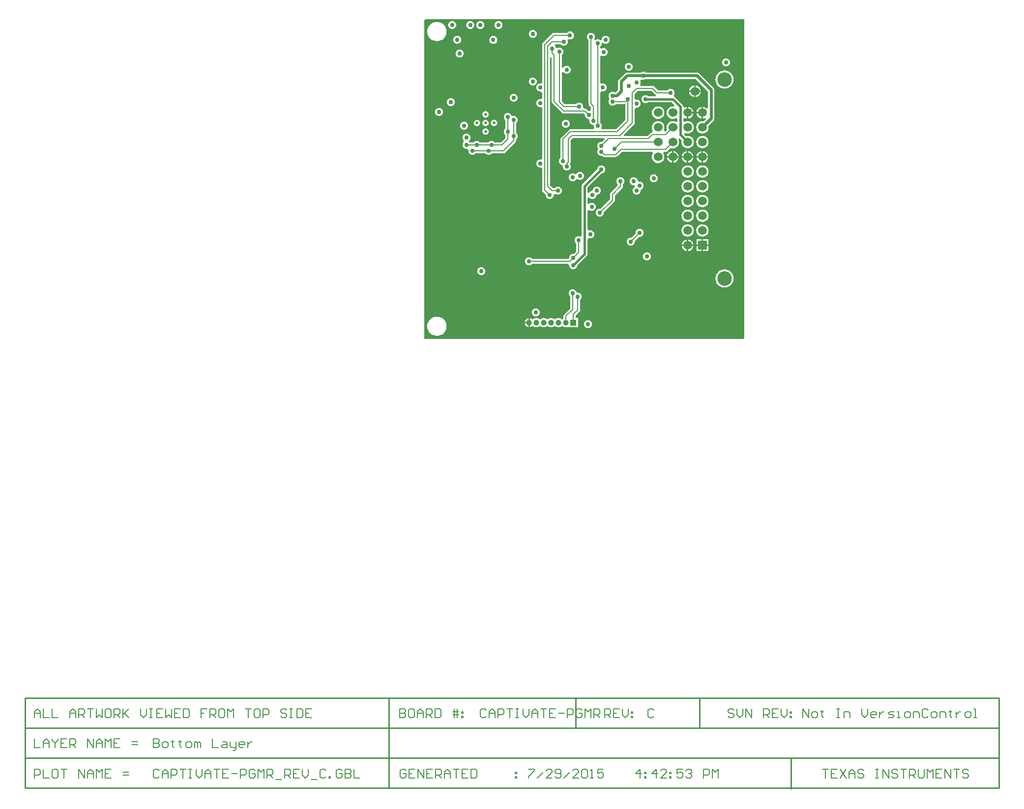
<source format=gbl>
%FSAX25Y25*%
%MOIN*%
G70*
G01*
G75*
G04 Layer_Physical_Order=4*
G04 Layer_Color=16711680*
%ADD10R,0.01575X0.10236*%
%ADD11R,0.03150X0.02362*%
%ADD12R,0.03150X0.03150*%
%ADD13R,0.03937X0.03740*%
%ADD14R,0.01969X0.01181*%
%ADD15R,0.01181X0.01969*%
%ADD16R,0.02362X0.03150*%
%ADD17R,0.10236X0.01575*%
G04:AMPARAMS|DCode=18|XSize=23.62mil|YSize=39.37mil|CornerRadius=5.91mil|HoleSize=0mil|Usage=FLASHONLY|Rotation=0.000|XOffset=0mil|YOffset=0mil|HoleType=Round|Shape=RoundedRectangle|*
%AMROUNDEDRECTD18*
21,1,0.02362,0.02756,0,0,0.0*
21,1,0.01181,0.03937,0,0,0.0*
1,1,0.01181,0.00591,-0.01378*
1,1,0.01181,-0.00591,-0.01378*
1,1,0.01181,-0.00591,0.01378*
1,1,0.01181,0.00591,0.01378*
%
%ADD18ROUNDEDRECTD18*%
%ADD19R,0.05000X0.06300*%
%ADD20R,0.03740X0.03937*%
%ADD21R,0.04921X0.07087*%
%ADD22R,0.07087X0.04921*%
%ADD23C,0.03937*%
%ADD24O,0.00945X0.02362*%
%ADD25O,0.02362X0.00945*%
%ADD26R,0.16732X0.16732*%
%ADD27R,0.13583X0.13583*%
%ADD28R,0.06890X0.05906*%
%ADD29O,0.01181X0.02362*%
%ADD30R,0.01181X0.02362*%
%ADD31R,0.02165X0.00984*%
%ADD32R,0.02165X0.00787*%
%ADD33R,0.05512X0.03740*%
%ADD34R,0.08268X0.08268*%
%ADD35R,0.06299X0.07480*%
%ADD36R,0.04724X0.07480*%
%ADD37R,0.01575X0.05315*%
%ADD38O,0.02362X0.01181*%
%ADD39R,0.10630X0.10630*%
%ADD40C,0.00800*%
%ADD41C,0.00900*%
%ADD42C,0.01000*%
%ADD43C,0.02000*%
%ADD44C,0.01500*%
%ADD45C,0.01200*%
%ADD46R,0.17200X0.17200*%
%ADD47C,0.06000*%
%ADD48C,0.05906*%
%ADD49R,0.05906X0.05906*%
%ADD50R,0.03937X0.03937*%
%ADD51C,0.09843*%
%ADD52C,0.03000*%
%ADD53C,0.01969*%
%ADD54C,0.04000*%
%ADD55C,0.00100*%
%ADD56C,0.07543*%
%ADD57C,0.06756*%
%ADD58C,0.10693*%
%ADD59C,0.08000*%
%ADD60C,0.05600*%
%ADD61C,0.04787*%
G36*
X0527671Y0561871D02*
X0527671Y0345637D01*
X0526964Y0344929D01*
X0310729D01*
Y0561164D01*
X0311437Y0561871D01*
X0527671Y0561871D01*
D02*
G37*
%LPC*%
G36*
X0452700Y0454623D02*
X0451995Y0454530D01*
X0451338Y0454258D01*
X0450774Y0453826D01*
X0450342Y0453262D01*
X0450070Y0452605D01*
X0449977Y0451900D01*
X0450070Y0451195D01*
X0450342Y0450538D01*
X0450774Y0449974D01*
X0451338Y0449542D01*
X0451995Y0449269D01*
X0452627Y0449186D01*
X0452738Y0449140D01*
X0453480Y0448422D01*
X0453362Y0447782D01*
X0453338Y0447758D01*
Y0447758D01*
Y0447758D01*
X0452774Y0447326D01*
X0452608Y0447108D01*
X0452342Y0446762D01*
X0452070Y0446105D01*
X0451977Y0445400D01*
X0452070Y0444695D01*
X0452342Y0444038D01*
X0452774Y0443474D01*
X0453338Y0443042D01*
X0453995Y0442769D01*
X0454700Y0442677D01*
X0455405Y0442769D01*
X0456062Y0443042D01*
X0456626Y0443474D01*
X0457058Y0444038D01*
X0457331Y0444695D01*
X0457423Y0445400D01*
X0457367Y0445829D01*
X0458062Y0446542D01*
Y0446542D01*
Y0446542D01*
X0458626Y0446974D01*
X0458792Y0447192D01*
X0459058Y0447538D01*
X0459331Y0448195D01*
X0459423Y0448900D01*
X0459331Y0449605D01*
X0459058Y0450262D01*
X0458626Y0450826D01*
X0458062Y0451258D01*
X0457405Y0451531D01*
X0456700Y0451623D01*
X0456390Y0451582D01*
X0455808Y0451774D01*
X0455364Y0452351D01*
X0455331Y0452605D01*
X0455058Y0453262D01*
X0454626Y0453826D01*
X0454062Y0454258D01*
X0453405Y0454530D01*
X0452700Y0454623D01*
D02*
G37*
G36*
X0430668Y0462655D02*
X0429964Y0462562D01*
X0429307Y0462290D01*
X0428743Y0461857D01*
X0428310Y0461293D01*
X0428038Y0460636D01*
X0427949Y0459961D01*
X0418036Y0450048D01*
X0417605Y0449403D01*
X0417454Y0448642D01*
Y0414834D01*
X0416868Y0414456D01*
X0416454Y0414303D01*
X0415905Y0414531D01*
X0415200Y0414623D01*
X0414495Y0414531D01*
X0413838Y0414258D01*
X0413274Y0413826D01*
X0412842Y0413262D01*
X0412570Y0412605D01*
X0412477Y0411900D01*
X0412570Y0411195D01*
X0412842Y0410538D01*
X0413274Y0409974D01*
X0413569Y0409749D01*
Y0404076D01*
X0412068Y0402575D01*
X0411700Y0402623D01*
X0410995Y0402530D01*
X0410338Y0402258D01*
X0409774Y0401826D01*
X0409342Y0401262D01*
X0409069Y0400605D01*
X0408977Y0399900D01*
X0408985Y0399841D01*
X0408248Y0399031D01*
X0383852D01*
X0383626Y0399326D01*
X0383062Y0399758D01*
X0382405Y0400031D01*
X0381700Y0400123D01*
X0380995Y0400031D01*
X0380338Y0399758D01*
X0379774Y0399326D01*
X0379342Y0398762D01*
X0379069Y0398105D01*
X0378977Y0397400D01*
X0379069Y0396695D01*
X0379342Y0396038D01*
X0379774Y0395474D01*
X0380338Y0395042D01*
X0380995Y0394770D01*
X0381700Y0394677D01*
X0382405Y0394770D01*
X0383062Y0395042D01*
X0383626Y0395474D01*
X0383852Y0395769D01*
X0408097D01*
X0408977Y0394900D01*
X0409069Y0394195D01*
X0409342Y0393538D01*
X0409774Y0392974D01*
X0410338Y0392542D01*
X0410995Y0392269D01*
X0411700Y0392177D01*
X0412405Y0392269D01*
X0413062Y0392542D01*
X0413626Y0392974D01*
X0414058Y0393538D01*
X0414330Y0394195D01*
X0414410Y0394798D01*
X0420848Y0401236D01*
X0421279Y0401881D01*
X0421430Y0402642D01*
Y0412643D01*
X0422430Y0413296D01*
X0422495Y0413270D01*
X0423200Y0413177D01*
X0423905Y0413270D01*
X0424562Y0413542D01*
X0425126Y0413974D01*
X0425558Y0414538D01*
X0425831Y0415195D01*
X0425923Y0415900D01*
X0425831Y0416605D01*
X0425558Y0417262D01*
X0425126Y0417826D01*
X0424562Y0418258D01*
X0423905Y0418531D01*
X0423200Y0418623D01*
X0422495Y0418531D01*
X0422430Y0418504D01*
X0421430Y0419157D01*
Y0431931D01*
X0421846Y0432199D01*
X0422430Y0432355D01*
X0422838Y0432042D01*
X0423495Y0431770D01*
X0424200Y0431677D01*
X0424905Y0431770D01*
X0425562Y0432042D01*
X0426126Y0432474D01*
X0426558Y0433038D01*
X0426830Y0433695D01*
X0426923Y0434400D01*
X0426830Y0435105D01*
X0426558Y0435762D01*
X0426126Y0436326D01*
X0425562Y0436758D01*
X0424905Y0437031D01*
X0424200Y0437123D01*
X0423495Y0437031D01*
X0422838Y0436758D01*
X0422430Y0436445D01*
X0421846Y0436601D01*
X0421430Y0436868D01*
Y0440643D01*
X0422025Y0440901D01*
X0422430Y0440922D01*
X0422774Y0440474D01*
X0423338Y0440042D01*
X0423995Y0439770D01*
X0424700Y0439677D01*
X0425405Y0439770D01*
X0426062Y0440042D01*
X0426626Y0440474D01*
X0427058Y0441038D01*
X0427330Y0441695D01*
X0427333Y0441716D01*
X0427624Y0442477D01*
X0428384Y0442767D01*
X0428405Y0442769D01*
X0429062Y0443042D01*
X0429626Y0443474D01*
X0430058Y0444038D01*
X0430331Y0444695D01*
X0430423Y0445400D01*
X0430331Y0446105D01*
X0430058Y0446762D01*
X0429626Y0447326D01*
X0429062Y0447758D01*
X0428405Y0448031D01*
X0427700Y0448123D01*
X0426995Y0448031D01*
X0426338Y0447758D01*
X0425774Y0447326D01*
X0425342Y0446762D01*
X0425070Y0446105D01*
X0425067Y0446084D01*
X0424777Y0445324D01*
X0424016Y0445033D01*
X0423995Y0445030D01*
X0423338Y0444758D01*
X0422774Y0444326D01*
X0422430Y0443878D01*
X0422025Y0443899D01*
X0421430Y0444157D01*
Y0447819D01*
X0430843Y0457231D01*
X0431373Y0457301D01*
X0432030Y0457573D01*
X0432594Y0458006D01*
X0433027Y0458570D01*
X0433299Y0459227D01*
X0433392Y0459932D01*
X0433299Y0460636D01*
X0433027Y0461293D01*
X0432594Y0461857D01*
X0432030Y0462290D01*
X0431373Y0462562D01*
X0430668Y0462655D01*
D02*
G37*
G36*
X0489200Y0452589D02*
X0488116Y0452446D01*
X0487106Y0452027D01*
X0486238Y0451362D01*
X0485573Y0450494D01*
X0485154Y0449484D01*
X0485011Y0448400D01*
X0485154Y0447316D01*
X0485573Y0446306D01*
X0486238Y0445438D01*
X0487106Y0444773D01*
X0488116Y0444354D01*
X0489200Y0444211D01*
X0490284Y0444354D01*
X0491294Y0444773D01*
X0492162Y0445438D01*
X0492827Y0446306D01*
X0493246Y0447316D01*
X0493389Y0448400D01*
X0493246Y0449484D01*
X0492827Y0450494D01*
X0492162Y0451362D01*
X0491294Y0452027D01*
X0490284Y0452446D01*
X0489200Y0452589D01*
D02*
G37*
G36*
X0466200Y0456623D02*
X0465495Y0456531D01*
X0464838Y0456258D01*
X0464274Y0455826D01*
X0463842Y0455262D01*
X0463569Y0454605D01*
X0463477Y0453900D01*
X0463569Y0453195D01*
X0463842Y0452538D01*
X0464274Y0451974D01*
X0464838Y0451542D01*
X0465495Y0451269D01*
X0466200Y0451177D01*
X0466905Y0451269D01*
X0467562Y0451542D01*
X0468126Y0451974D01*
X0468558Y0452538D01*
X0468830Y0453195D01*
X0468923Y0453900D01*
X0468830Y0454605D01*
X0468558Y0455262D01*
X0468126Y0455826D01*
X0467562Y0456258D01*
X0466905Y0456531D01*
X0466200Y0456623D01*
D02*
G37*
G36*
X0499200Y0452589D02*
X0498116Y0452446D01*
X0497106Y0452027D01*
X0496238Y0451362D01*
X0495573Y0450494D01*
X0495154Y0449484D01*
X0495011Y0448400D01*
X0495154Y0447316D01*
X0495573Y0446306D01*
X0496238Y0445438D01*
X0497106Y0444773D01*
X0498116Y0444354D01*
X0499200Y0444211D01*
X0500284Y0444354D01*
X0501294Y0444773D01*
X0502162Y0445438D01*
X0502827Y0446306D01*
X0503246Y0447316D01*
X0503389Y0448400D01*
X0503246Y0449484D01*
X0502827Y0450494D01*
X0502162Y0451362D01*
X0501294Y0452027D01*
X0500284Y0452446D01*
X0499200Y0452589D01*
D02*
G37*
G36*
Y0432589D02*
X0498116Y0432446D01*
X0497106Y0432027D01*
X0496238Y0431362D01*
X0495573Y0430494D01*
X0495154Y0429484D01*
X0495011Y0428400D01*
X0495154Y0427316D01*
X0495573Y0426306D01*
X0496238Y0425438D01*
X0497106Y0424773D01*
X0498116Y0424354D01*
X0499200Y0424211D01*
X0500284Y0424354D01*
X0501294Y0424773D01*
X0502162Y0425438D01*
X0502827Y0426306D01*
X0503246Y0427316D01*
X0503389Y0428400D01*
X0503246Y0429484D01*
X0502827Y0430494D01*
X0502162Y0431362D01*
X0501294Y0432027D01*
X0500284Y0432446D01*
X0499200Y0432589D01*
D02*
G37*
G36*
X0489200D02*
X0488116Y0432446D01*
X0487106Y0432027D01*
X0486238Y0431362D01*
X0485573Y0430494D01*
X0485154Y0429484D01*
X0485011Y0428400D01*
X0485154Y0427316D01*
X0485573Y0426306D01*
X0486238Y0425438D01*
X0487106Y0424773D01*
X0488116Y0424354D01*
X0489200Y0424211D01*
X0490284Y0424354D01*
X0491294Y0424773D01*
X0492162Y0425438D01*
X0492827Y0426306D01*
X0493246Y0427316D01*
X0493389Y0428400D01*
X0493246Y0429484D01*
X0492827Y0430494D01*
X0492162Y0431362D01*
X0491294Y0432027D01*
X0490284Y0432446D01*
X0489200Y0432589D01*
D02*
G37*
G36*
X0443700Y0454623D02*
X0442995Y0454530D01*
X0442338Y0454258D01*
X0441774Y0453826D01*
X0441342Y0453262D01*
X0441070Y0452605D01*
X0440977Y0451900D01*
X0441070Y0451195D01*
X0441342Y0450538D01*
X0441774Y0449974D01*
X0441792Y0449961D01*
X0441845Y0448852D01*
X0437046Y0444054D01*
X0436693Y0443524D01*
X0436569Y0442900D01*
Y0439576D01*
X0430068Y0433075D01*
X0429700Y0433123D01*
X0428995Y0433031D01*
X0428338Y0432758D01*
X0427774Y0432326D01*
X0427342Y0431762D01*
X0427070Y0431105D01*
X0426977Y0430400D01*
X0427070Y0429695D01*
X0427342Y0429038D01*
X0427774Y0428474D01*
X0428338Y0428042D01*
X0428995Y0427770D01*
X0429700Y0427677D01*
X0430405Y0427770D01*
X0431062Y0428042D01*
X0431626Y0428474D01*
X0432058Y0429038D01*
X0432331Y0429695D01*
X0432423Y0430400D01*
X0432375Y0430768D01*
X0439354Y0437746D01*
X0439707Y0438276D01*
X0439831Y0438900D01*
X0439831Y0438900D01*
Y0442224D01*
X0444853Y0447247D01*
X0445207Y0447776D01*
X0445331Y0448400D01*
Y0449749D01*
X0445626Y0449974D01*
X0446058Y0450538D01*
X0446330Y0451195D01*
X0446423Y0451900D01*
X0446330Y0452605D01*
X0446058Y0453262D01*
X0445626Y0453826D01*
X0445062Y0454258D01*
X0444405Y0454530D01*
X0443700Y0454623D01*
D02*
G37*
G36*
X0499200Y0442589D02*
X0498116Y0442446D01*
X0497106Y0442027D01*
X0496238Y0441362D01*
X0495573Y0440494D01*
X0495154Y0439484D01*
X0495011Y0438400D01*
X0495154Y0437316D01*
X0495573Y0436306D01*
X0496238Y0435438D01*
X0497106Y0434773D01*
X0498116Y0434354D01*
X0499200Y0434211D01*
X0500284Y0434354D01*
X0501294Y0434773D01*
X0502162Y0435438D01*
X0502827Y0436306D01*
X0503246Y0437316D01*
X0503389Y0438400D01*
X0503246Y0439484D01*
X0502827Y0440494D01*
X0502162Y0441362D01*
X0501294Y0442027D01*
X0500284Y0442446D01*
X0499200Y0442589D01*
D02*
G37*
G36*
X0489200D02*
X0488116Y0442446D01*
X0487106Y0442027D01*
X0486238Y0441362D01*
X0485573Y0440494D01*
X0485154Y0439484D01*
X0485011Y0438400D01*
X0485154Y0437316D01*
X0485573Y0436306D01*
X0486238Y0435438D01*
X0487106Y0434773D01*
X0488116Y0434354D01*
X0489200Y0434211D01*
X0490284Y0434354D01*
X0491294Y0434773D01*
X0492162Y0435438D01*
X0492827Y0436306D01*
X0493246Y0437316D01*
X0493389Y0438400D01*
X0493246Y0439484D01*
X0492827Y0440494D01*
X0492162Y0441362D01*
X0491294Y0442027D01*
X0490284Y0442446D01*
X0489200Y0442589D01*
D02*
G37*
G36*
X0493121Y0467900D02*
X0489700D01*
Y0464479D01*
X0490232Y0464549D01*
X0491193Y0464947D01*
X0492019Y0465581D01*
X0492653Y0466407D01*
X0493051Y0467368D01*
X0493121Y0467900D01*
D02*
G37*
G36*
X0488700D02*
X0485279D01*
X0485349Y0467368D01*
X0485747Y0466407D01*
X0486381Y0465581D01*
X0487207Y0464947D01*
X0488168Y0464549D01*
X0488700Y0464479D01*
Y0467900D01*
D02*
G37*
G36*
X0498700D02*
X0495279D01*
X0495349Y0467368D01*
X0495747Y0466407D01*
X0496381Y0465581D01*
X0497207Y0464947D01*
X0498168Y0464549D01*
X0498700Y0464479D01*
Y0467900D01*
D02*
G37*
G36*
X0478700Y0472369D02*
X0478156Y0472297D01*
X0477183Y0471894D01*
X0476347Y0471253D01*
X0475706Y0470417D01*
X0475303Y0469444D01*
X0475231Y0468900D01*
X0478700D01*
Y0472369D01*
D02*
G37*
G36*
X0503121Y0467900D02*
X0499700D01*
Y0464479D01*
X0500232Y0464549D01*
X0501193Y0464947D01*
X0502019Y0465581D01*
X0502653Y0466407D01*
X0503051Y0467368D01*
X0503121Y0467900D01*
D02*
G37*
G36*
X0499200Y0462589D02*
X0498116Y0462446D01*
X0497106Y0462027D01*
X0496238Y0461362D01*
X0495573Y0460494D01*
X0495154Y0459484D01*
X0495011Y0458400D01*
X0495154Y0457316D01*
X0495573Y0456306D01*
X0496238Y0455438D01*
X0497106Y0454773D01*
X0498116Y0454354D01*
X0499200Y0454211D01*
X0500284Y0454354D01*
X0501294Y0454773D01*
X0502162Y0455438D01*
X0502827Y0456306D01*
X0503246Y0457316D01*
X0503389Y0458400D01*
X0503246Y0459484D01*
X0502827Y0460494D01*
X0502162Y0461362D01*
X0501294Y0462027D01*
X0500284Y0462446D01*
X0499200Y0462589D01*
D02*
G37*
G36*
X0489200D02*
X0488116Y0462446D01*
X0487106Y0462027D01*
X0486238Y0461362D01*
X0485573Y0460494D01*
X0485154Y0459484D01*
X0485011Y0458400D01*
X0485154Y0457316D01*
X0485573Y0456306D01*
X0486238Y0455438D01*
X0487106Y0454773D01*
X0488116Y0454354D01*
X0489200Y0454211D01*
X0490284Y0454354D01*
X0491294Y0454773D01*
X0492162Y0455438D01*
X0492827Y0456306D01*
X0493246Y0457316D01*
X0493389Y0458400D01*
X0493246Y0459484D01*
X0492827Y0460494D01*
X0492162Y0461362D01*
X0491294Y0462027D01*
X0490284Y0462446D01*
X0489200Y0462589D01*
D02*
G37*
G36*
X0416200Y0458123D02*
X0415495Y0458031D01*
X0414838Y0457758D01*
X0414274Y0457326D01*
X0413947Y0456898D01*
X0413734Y0456750D01*
X0412711Y0456644D01*
X0412562Y0456758D01*
X0411905Y0457030D01*
X0411200Y0457123D01*
X0410495Y0457030D01*
X0409838Y0456758D01*
X0409274Y0456326D01*
X0408842Y0455762D01*
X0408569Y0455105D01*
X0408477Y0454400D01*
X0408569Y0453695D01*
X0408842Y0453038D01*
X0409274Y0452474D01*
X0409838Y0452042D01*
X0410495Y0451769D01*
X0411200Y0451677D01*
X0411905Y0451769D01*
X0412562Y0452042D01*
X0413126Y0452474D01*
X0413453Y0452902D01*
X0413665Y0453050D01*
X0414689Y0453156D01*
X0414838Y0453042D01*
X0415495Y0452770D01*
X0416200Y0452677D01*
X0416905Y0452770D01*
X0417562Y0453042D01*
X0418126Y0453474D01*
X0418558Y0454038D01*
X0418830Y0454695D01*
X0418923Y0455400D01*
X0418830Y0456105D01*
X0418558Y0456762D01*
X0418126Y0457326D01*
X0417562Y0457758D01*
X0416905Y0458031D01*
X0416200Y0458123D01*
D02*
G37*
G36*
X0483169Y0467900D02*
X0479700D01*
Y0464431D01*
X0480244Y0464503D01*
X0481217Y0464906D01*
X0482053Y0465547D01*
X0482694Y0466383D01*
X0483097Y0467356D01*
X0483169Y0467900D01*
D02*
G37*
G36*
X0478700D02*
X0475231D01*
X0475303Y0467356D01*
X0475706Y0466383D01*
X0476347Y0465547D01*
X0477183Y0464906D01*
X0478156Y0464503D01*
X0478700Y0464431D01*
Y0467900D01*
D02*
G37*
G36*
X0514200Y0392051D02*
X0513000Y0391933D01*
X0511846Y0391583D01*
X0510783Y0391014D01*
X0509851Y0390249D01*
X0509086Y0389317D01*
X0508517Y0388254D01*
X0508167Y0387100D01*
X0508049Y0385900D01*
X0508167Y0384700D01*
X0508517Y0383546D01*
X0509086Y0382483D01*
X0509851Y0381551D01*
X0510783Y0380786D01*
X0511846Y0380217D01*
X0513000Y0379867D01*
X0514200Y0379749D01*
X0515400Y0379867D01*
X0516554Y0380217D01*
X0517617Y0380786D01*
X0518549Y0381551D01*
X0519314Y0382483D01*
X0519883Y0383546D01*
X0520233Y0384700D01*
X0520351Y0385900D01*
X0520233Y0387100D01*
X0519883Y0388254D01*
X0519314Y0389317D01*
X0518549Y0390249D01*
X0517617Y0391014D01*
X0516554Y0391583D01*
X0515400Y0391933D01*
X0514200Y0392051D01*
D02*
G37*
G36*
X0386200Y0365623D02*
X0385495Y0365530D01*
X0384838Y0365258D01*
X0384274Y0364826D01*
X0383842Y0364262D01*
X0383570Y0363605D01*
X0383477Y0362900D01*
X0383570Y0362195D01*
X0383842Y0361538D01*
X0384274Y0360974D01*
X0384838Y0360542D01*
X0385495Y0360269D01*
X0386200Y0360177D01*
X0386905Y0360269D01*
X0387562Y0360542D01*
X0388126Y0360974D01*
X0388558Y0361538D01*
X0388830Y0362195D01*
X0388923Y0362900D01*
X0388830Y0363605D01*
X0388558Y0364262D01*
X0388126Y0364826D01*
X0387562Y0365258D01*
X0386905Y0365530D01*
X0386200Y0365623D01*
D02*
G37*
G36*
X0349200Y0393623D02*
X0348495Y0393531D01*
X0347838Y0393258D01*
X0347274Y0392826D01*
X0346842Y0392262D01*
X0346569Y0391605D01*
X0346477Y0390900D01*
X0346569Y0390195D01*
X0346842Y0389538D01*
X0347274Y0388974D01*
X0347838Y0388542D01*
X0348495Y0388269D01*
X0349200Y0388177D01*
X0349905Y0388269D01*
X0350562Y0388542D01*
X0351126Y0388974D01*
X0351558Y0389538D01*
X0351831Y0390195D01*
X0351923Y0390900D01*
X0351831Y0391605D01*
X0351558Y0392262D01*
X0351126Y0392826D01*
X0350562Y0393258D01*
X0349905Y0393531D01*
X0349200Y0393623D01*
D02*
G37*
G36*
X0498700Y0407900D02*
X0495247D01*
Y0404447D01*
X0498700D01*
Y0407900D01*
D02*
G37*
G36*
X0461700Y0403623D02*
X0460995Y0403531D01*
X0460338Y0403258D01*
X0459774Y0402826D01*
X0459342Y0402262D01*
X0459069Y0401605D01*
X0458977Y0400900D01*
X0459069Y0400195D01*
X0459342Y0399538D01*
X0459774Y0398974D01*
X0460338Y0398542D01*
X0460995Y0398270D01*
X0461700Y0398177D01*
X0462405Y0398270D01*
X0463062Y0398542D01*
X0463626Y0398974D01*
X0464058Y0399538D01*
X0464330Y0400195D01*
X0464423Y0400900D01*
X0464330Y0401605D01*
X0464058Y0402262D01*
X0463626Y0402826D01*
X0463062Y0403258D01*
X0462405Y0403531D01*
X0461700Y0403623D01*
D02*
G37*
G36*
X0421700Y0357623D02*
X0420995Y0357530D01*
X0420338Y0357258D01*
X0419774Y0356826D01*
X0419342Y0356262D01*
X0419069Y0355605D01*
X0418977Y0354900D01*
X0419069Y0354195D01*
X0419342Y0353538D01*
X0419774Y0352974D01*
X0420338Y0352541D01*
X0420995Y0352270D01*
X0421700Y0352177D01*
X0422405Y0352270D01*
X0423062Y0352541D01*
X0423626Y0352974D01*
X0424058Y0353538D01*
X0424331Y0354195D01*
X0424423Y0354900D01*
X0424331Y0355605D01*
X0424058Y0356262D01*
X0423626Y0356826D01*
X0423062Y0357258D01*
X0422405Y0357530D01*
X0421700Y0357623D01*
D02*
G37*
G36*
X0319200Y0359931D02*
X0317926Y0359806D01*
X0316701Y0359434D01*
X0315571Y0358831D01*
X0314582Y0358018D01*
X0313769Y0357029D01*
X0313166Y0355900D01*
X0312794Y0354674D01*
X0312669Y0353400D01*
X0312794Y0352126D01*
X0313166Y0350901D01*
X0313769Y0349771D01*
X0314582Y0348782D01*
X0315571Y0347969D01*
X0316701Y0347366D01*
X0317926Y0346994D01*
X0319200Y0346869D01*
X0320474Y0346994D01*
X0321700Y0347366D01*
X0322829Y0347969D01*
X0323818Y0348782D01*
X0324631Y0349771D01*
X0325234Y0350901D01*
X0325606Y0352126D01*
X0325731Y0353400D01*
X0325606Y0354674D01*
X0325234Y0355900D01*
X0324631Y0357029D01*
X0323818Y0358018D01*
X0322829Y0358831D01*
X0321700Y0359434D01*
X0320474Y0359806D01*
X0319200Y0359931D01*
D02*
G37*
G36*
X0381200Y0355400D02*
X0378772D01*
X0378808Y0355125D01*
X0379107Y0354403D01*
X0379583Y0353783D01*
X0380203Y0353307D01*
X0380925Y0353008D01*
X0381200Y0352972D01*
Y0355400D01*
D02*
G37*
G36*
X0411200Y0378623D02*
X0410495Y0378531D01*
X0409838Y0378258D01*
X0409274Y0377826D01*
X0408842Y0377262D01*
X0408569Y0376605D01*
X0408477Y0375900D01*
X0408569Y0375195D01*
X0408842Y0374538D01*
X0409274Y0373974D01*
X0409569Y0373748D01*
Y0365576D01*
X0405547Y0361554D01*
X0405193Y0361024D01*
X0405069Y0360400D01*
Y0358642D01*
X0404931Y0358537D01*
X0403960Y0358160D01*
X0403298Y0358668D01*
X0402527Y0358987D01*
X0401700Y0359096D01*
X0400873Y0358987D01*
X0400102Y0358668D01*
X0399440Y0358160D01*
X0398960D01*
X0398298Y0358668D01*
X0397527Y0358987D01*
X0396700Y0359096D01*
X0395873Y0358987D01*
X0395102Y0358668D01*
X0394440Y0358160D01*
X0393960D01*
X0393298Y0358668D01*
X0392527Y0358987D01*
X0391700Y0359096D01*
X0390873Y0358987D01*
X0390102Y0358668D01*
X0389440Y0358160D01*
X0388960D01*
X0388298Y0358668D01*
X0387527Y0358987D01*
X0386700Y0359096D01*
X0385873Y0358987D01*
X0385102Y0358668D01*
X0384772Y0358415D01*
X0383817Y0358017D01*
X0383197Y0358493D01*
X0382475Y0358792D01*
X0382200Y0358828D01*
Y0355900D01*
Y0352972D01*
X0382475Y0353008D01*
X0383197Y0353307D01*
X0383817Y0353783D01*
X0384772Y0353385D01*
X0385102Y0353132D01*
X0385873Y0352813D01*
X0386700Y0352704D01*
X0387527Y0352813D01*
X0388298Y0353132D01*
X0388960Y0353640D01*
X0389440D01*
X0390102Y0353132D01*
X0390873Y0352813D01*
X0391700Y0352704D01*
X0392527Y0352813D01*
X0393298Y0353132D01*
X0393960Y0353640D01*
X0394440D01*
X0395102Y0353132D01*
X0395873Y0352813D01*
X0396700Y0352704D01*
X0397527Y0352813D01*
X0398298Y0353132D01*
X0398960Y0353640D01*
X0399440D01*
X0400102Y0353132D01*
X0400873Y0352813D01*
X0401700Y0352704D01*
X0402527Y0352813D01*
X0403298Y0353132D01*
X0403960Y0353640D01*
X0404440D01*
X0405102Y0353132D01*
X0405873Y0352813D01*
X0406700Y0352704D01*
X0407527Y0352813D01*
X0407531Y0352815D01*
X0408532Y0352731D01*
X0408532Y0352731D01*
X0408532Y0352731D01*
X0414868D01*
Y0359068D01*
X0413331D01*
Y0360724D01*
X0415854Y0363246D01*
X0416207Y0363776D01*
X0416331Y0364400D01*
Y0371249D01*
X0416626Y0371474D01*
X0417058Y0372038D01*
X0417331Y0372695D01*
X0417423Y0373400D01*
X0417331Y0374105D01*
X0417058Y0374762D01*
X0416626Y0375326D01*
X0416062Y0375758D01*
X0415405Y0376030D01*
X0414700Y0376123D01*
X0413831Y0376605D01*
X0413558Y0377262D01*
X0413126Y0377826D01*
X0412562Y0378258D01*
X0411905Y0378531D01*
X0411200Y0378623D01*
D02*
G37*
G36*
X0381200Y0358828D02*
X0380925Y0358792D01*
X0380203Y0358493D01*
X0379583Y0358017D01*
X0379107Y0357397D01*
X0378808Y0356675D01*
X0378772Y0356400D01*
X0381200D01*
Y0358828D01*
D02*
G37*
G36*
X0503153Y0412353D02*
X0499700D01*
Y0408900D01*
X0503153D01*
Y0412353D01*
D02*
G37*
G36*
X0498700D02*
X0495247D01*
Y0408900D01*
X0498700D01*
Y0412353D01*
D02*
G37*
G36*
X0456700Y0419623D02*
X0455995Y0419530D01*
X0455338Y0419258D01*
X0454774Y0418826D01*
X0454342Y0418262D01*
X0454070Y0417605D01*
X0453977Y0416900D01*
X0454025Y0416532D01*
X0451068Y0413575D01*
X0450700Y0413623D01*
X0449995Y0413530D01*
X0449338Y0413258D01*
X0448774Y0412826D01*
X0448342Y0412262D01*
X0448069Y0411605D01*
X0447977Y0410900D01*
X0448069Y0410195D01*
X0448342Y0409538D01*
X0448774Y0408974D01*
X0449338Y0408542D01*
X0449995Y0408270D01*
X0450700Y0408177D01*
X0451405Y0408270D01*
X0452062Y0408542D01*
X0452626Y0408974D01*
X0453058Y0409538D01*
X0453331Y0410195D01*
X0453423Y0410900D01*
X0453375Y0411268D01*
X0456332Y0414225D01*
X0456700Y0414177D01*
X0457405Y0414269D01*
X0458062Y0414542D01*
X0458626Y0414974D01*
X0459058Y0415538D01*
X0459331Y0416195D01*
X0459423Y0416900D01*
X0459331Y0417605D01*
X0459058Y0418262D01*
X0458626Y0418826D01*
X0458062Y0419258D01*
X0457405Y0419530D01*
X0456700Y0419623D01*
D02*
G37*
G36*
X0499200Y0422589D02*
X0498116Y0422446D01*
X0497106Y0422027D01*
X0496238Y0421362D01*
X0495573Y0420494D01*
X0495154Y0419484D01*
X0495011Y0418400D01*
X0495154Y0417316D01*
X0495573Y0416306D01*
X0496238Y0415438D01*
X0497106Y0414773D01*
X0498116Y0414354D01*
X0499200Y0414211D01*
X0500284Y0414354D01*
X0501294Y0414773D01*
X0502162Y0415438D01*
X0502827Y0416306D01*
X0503246Y0417316D01*
X0503389Y0418400D01*
X0503246Y0419484D01*
X0502827Y0420494D01*
X0502162Y0421362D01*
X0501294Y0422027D01*
X0500284Y0422446D01*
X0499200Y0422589D01*
D02*
G37*
G36*
X0489200D02*
X0488116Y0422446D01*
X0487106Y0422027D01*
X0486238Y0421362D01*
X0485573Y0420494D01*
X0485154Y0419484D01*
X0485011Y0418400D01*
X0485154Y0417316D01*
X0485573Y0416306D01*
X0486238Y0415438D01*
X0487106Y0414773D01*
X0488116Y0414354D01*
X0489200Y0414211D01*
X0490284Y0414354D01*
X0491294Y0414773D01*
X0492162Y0415438D01*
X0492827Y0416306D01*
X0493246Y0417316D01*
X0493389Y0418400D01*
X0493246Y0419484D01*
X0492827Y0420494D01*
X0492162Y0421362D01*
X0491294Y0422027D01*
X0490284Y0422446D01*
X0489200Y0422589D01*
D02*
G37*
G36*
X0488700Y0407900D02*
X0485279D01*
X0485349Y0407368D01*
X0485747Y0406407D01*
X0486381Y0405581D01*
X0487207Y0404947D01*
X0488168Y0404549D01*
X0488700Y0404479D01*
Y0407900D01*
D02*
G37*
G36*
X0503153D02*
X0499700D01*
Y0404447D01*
X0503153D01*
Y0407900D01*
D02*
G37*
G36*
X0493121D02*
X0489700D01*
Y0404479D01*
X0490232Y0404549D01*
X0491193Y0404947D01*
X0492019Y0405581D01*
X0492653Y0406407D01*
X0493051Y0407368D01*
X0493121Y0407900D01*
D02*
G37*
G36*
X0489700Y0412321D02*
Y0408900D01*
X0493121D01*
X0493051Y0409432D01*
X0492653Y0410393D01*
X0492019Y0411219D01*
X0491193Y0411853D01*
X0490232Y0412251D01*
X0489700Y0412321D01*
D02*
G37*
G36*
X0488700D02*
X0488168Y0412251D01*
X0487207Y0411853D01*
X0486381Y0411219D01*
X0485747Y0410393D01*
X0485349Y0409432D01*
X0485279Y0408900D01*
X0488700D01*
Y0412321D01*
D02*
G37*
G36*
X0514200Y0527051D02*
X0513000Y0526933D01*
X0511846Y0526583D01*
X0510783Y0526014D01*
X0509851Y0525249D01*
X0509086Y0524317D01*
X0508517Y0523254D01*
X0508167Y0522100D01*
X0508049Y0520900D01*
X0508167Y0519700D01*
X0508517Y0518546D01*
X0509086Y0517483D01*
X0509851Y0516551D01*
X0510783Y0515786D01*
X0511846Y0515217D01*
X0513000Y0514867D01*
X0514200Y0514749D01*
X0515400Y0514867D01*
X0516554Y0515217D01*
X0517617Y0515786D01*
X0518549Y0516551D01*
X0519314Y0517483D01*
X0519883Y0518546D01*
X0520233Y0519700D01*
X0520351Y0520900D01*
X0520233Y0522100D01*
X0519883Y0523254D01*
X0519314Y0524317D01*
X0518549Y0525249D01*
X0517617Y0526014D01*
X0516554Y0526583D01*
X0515400Y0526933D01*
X0514200Y0527051D01*
D02*
G37*
G36*
X0494700Y0516869D02*
Y0513400D01*
X0498169D01*
X0498097Y0513944D01*
X0497694Y0514917D01*
X0497053Y0515753D01*
X0496217Y0516394D01*
X0495244Y0516797D01*
X0494700Y0516869D01*
D02*
G37*
G36*
X0384200Y0522123D02*
X0383495Y0522030D01*
X0382838Y0521758D01*
X0382274Y0521326D01*
X0381842Y0520762D01*
X0381570Y0520105D01*
X0381477Y0519400D01*
X0381570Y0518695D01*
X0381842Y0518038D01*
X0382274Y0517474D01*
X0382838Y0517042D01*
X0383495Y0516770D01*
X0384200Y0516677D01*
X0384905Y0516770D01*
X0385562Y0517042D01*
X0386126Y0517474D01*
X0386558Y0518038D01*
X0386830Y0518695D01*
X0386923Y0519400D01*
X0386830Y0520105D01*
X0386558Y0520762D01*
X0386126Y0521326D01*
X0385562Y0521758D01*
X0384905Y0522030D01*
X0384200Y0522123D01*
D02*
G37*
G36*
X0515200Y0535123D02*
X0514495Y0535031D01*
X0513838Y0534758D01*
X0513274Y0534326D01*
X0512842Y0533762D01*
X0512570Y0533105D01*
X0512477Y0532400D01*
X0512570Y0531695D01*
X0512842Y0531038D01*
X0513274Y0530474D01*
X0513838Y0530042D01*
X0514495Y0529770D01*
X0515200Y0529677D01*
X0515905Y0529770D01*
X0516562Y0530042D01*
X0517126Y0530474D01*
X0517558Y0531038D01*
X0517831Y0531695D01*
X0517923Y0532400D01*
X0517831Y0533105D01*
X0517558Y0533762D01*
X0517126Y0534326D01*
X0516562Y0534758D01*
X0515905Y0535031D01*
X0515200Y0535123D01*
D02*
G37*
G36*
X0449200Y0532123D02*
X0448495Y0532030D01*
X0447838Y0531758D01*
X0447274Y0531326D01*
X0446842Y0530762D01*
X0446569Y0530105D01*
X0446477Y0529400D01*
X0446569Y0528695D01*
X0446842Y0528038D01*
X0447274Y0527474D01*
X0447838Y0527042D01*
X0448495Y0526769D01*
X0449200Y0526677D01*
X0449905Y0526769D01*
X0450562Y0527042D01*
X0451126Y0527474D01*
X0451558Y0528038D01*
X0451830Y0528695D01*
X0451923Y0529400D01*
X0451830Y0530105D01*
X0451558Y0530762D01*
X0451126Y0531326D01*
X0450562Y0531758D01*
X0449905Y0532030D01*
X0449200Y0532123D01*
D02*
G37*
G36*
X0371200Y0511123D02*
X0370495Y0511030D01*
X0369838Y0510758D01*
X0369274Y0510326D01*
X0368842Y0509762D01*
X0368569Y0509105D01*
X0368477Y0508400D01*
X0368569Y0507695D01*
X0368842Y0507038D01*
X0369274Y0506474D01*
X0369838Y0506042D01*
X0370495Y0505769D01*
X0371200Y0505677D01*
X0371905Y0505769D01*
X0372562Y0506042D01*
X0373126Y0506474D01*
X0373558Y0507038D01*
X0373831Y0507695D01*
X0373923Y0508400D01*
X0373831Y0509105D01*
X0373558Y0509762D01*
X0373126Y0510326D01*
X0372562Y0510758D01*
X0371905Y0511030D01*
X0371200Y0511123D01*
D02*
G37*
G36*
X0328700Y0508123D02*
X0327995Y0508031D01*
X0327339Y0507758D01*
X0326774Y0507326D01*
X0326342Y0506762D01*
X0326070Y0506105D01*
X0325977Y0505400D01*
X0326070Y0504695D01*
X0326342Y0504038D01*
X0326774Y0503474D01*
X0327339Y0503042D01*
X0327995Y0502770D01*
X0328700Y0502677D01*
X0329405Y0502770D01*
X0330062Y0503042D01*
X0330626Y0503474D01*
X0331059Y0504038D01*
X0331331Y0504695D01*
X0331423Y0505400D01*
X0331331Y0506105D01*
X0331059Y0506762D01*
X0330626Y0507326D01*
X0330062Y0507758D01*
X0329405Y0508031D01*
X0328700Y0508123D01*
D02*
G37*
G36*
X0493700Y0512400D02*
X0490231D01*
X0490303Y0511856D01*
X0490706Y0510883D01*
X0491347Y0510047D01*
X0492183Y0509406D01*
X0493156Y0509003D01*
X0493700Y0508931D01*
Y0512400D01*
D02*
G37*
G36*
Y0516869D02*
X0493156Y0516797D01*
X0492183Y0516394D01*
X0491347Y0515753D01*
X0490706Y0514917D01*
X0490303Y0513944D01*
X0490231Y0513400D01*
X0493700D01*
Y0516869D01*
D02*
G37*
G36*
X0498169Y0512400D02*
X0494700D01*
Y0508931D01*
X0495244Y0509003D01*
X0496217Y0509406D01*
X0497053Y0510047D01*
X0497694Y0510883D01*
X0498097Y0511856D01*
X0498169Y0512400D01*
D02*
G37*
G36*
X0329507Y0560655D02*
X0328802Y0560562D01*
X0328145Y0560290D01*
X0327581Y0559857D01*
X0327149Y0559293D01*
X0326877Y0558636D01*
X0326784Y0557932D01*
X0326877Y0557227D01*
X0327149Y0556570D01*
X0327581Y0556006D01*
X0328145Y0555573D01*
X0328802Y0555301D01*
X0329507Y0555208D01*
X0330212Y0555301D01*
X0330869Y0555573D01*
X0331433Y0556006D01*
X0331866Y0556570D01*
X0332138Y0557227D01*
X0332230Y0557932D01*
X0332138Y0558636D01*
X0331866Y0559293D01*
X0331433Y0559857D01*
X0330869Y0560290D01*
X0330212Y0560562D01*
X0329507Y0560655D01*
D02*
G37*
G36*
X0384200Y0554623D02*
X0383495Y0554530D01*
X0382838Y0554258D01*
X0382274Y0553826D01*
X0381842Y0553262D01*
X0381570Y0552605D01*
X0381477Y0551900D01*
X0381570Y0551195D01*
X0381842Y0550538D01*
X0382274Y0549974D01*
X0382838Y0549542D01*
X0383495Y0549269D01*
X0384200Y0549177D01*
X0384905Y0549269D01*
X0385562Y0549542D01*
X0386126Y0549974D01*
X0386558Y0550538D01*
X0386830Y0551195D01*
X0386923Y0551900D01*
X0386830Y0552605D01*
X0386558Y0553262D01*
X0386126Y0553826D01*
X0385562Y0554258D01*
X0384905Y0554530D01*
X0384200Y0554623D01*
D02*
G37*
G36*
X0341810Y0560655D02*
X0341105Y0560562D01*
X0340449Y0560290D01*
X0339885Y0559857D01*
X0339452Y0559293D01*
X0339180Y0558636D01*
X0339087Y0557932D01*
X0339180Y0557227D01*
X0339452Y0556570D01*
X0339885Y0556006D01*
X0340449Y0555573D01*
X0341105Y0555301D01*
X0341810Y0555208D01*
X0342515Y0555301D01*
X0343172Y0555573D01*
X0343736Y0556006D01*
X0344169Y0556570D01*
X0344441Y0557227D01*
X0344534Y0557932D01*
X0344441Y0558636D01*
X0344169Y0559293D01*
X0343736Y0559857D01*
X0343172Y0560290D01*
X0342515Y0560562D01*
X0341810Y0560655D01*
D02*
G37*
G36*
X0361003D02*
X0360298Y0560562D01*
X0359642Y0560290D01*
X0359078Y0559857D01*
X0358645Y0559293D01*
X0358373Y0558636D01*
X0358280Y0557932D01*
X0358373Y0557227D01*
X0358645Y0556570D01*
X0359078Y0556006D01*
X0359642Y0555573D01*
X0360298Y0555301D01*
X0361003Y0555208D01*
X0361708Y0555301D01*
X0362365Y0555573D01*
X0362929Y0556006D01*
X0363362Y0556570D01*
X0363634Y0557227D01*
X0363727Y0557932D01*
X0363634Y0558636D01*
X0363362Y0559293D01*
X0362929Y0559857D01*
X0362365Y0560290D01*
X0361708Y0560562D01*
X0361003Y0560655D01*
D02*
G37*
G36*
X0348700D02*
X0347995Y0560562D01*
X0347338Y0560290D01*
X0346774Y0559857D01*
X0346342Y0559293D01*
X0346070Y0558636D01*
X0345977Y0557932D01*
X0346070Y0557227D01*
X0346342Y0556570D01*
X0346774Y0556006D01*
X0347338Y0555573D01*
X0347995Y0555301D01*
X0348700Y0555208D01*
X0349405Y0555301D01*
X0350062Y0555573D01*
X0350626Y0556006D01*
X0351059Y0556570D01*
X0351331Y0557227D01*
X0351423Y0557932D01*
X0351331Y0558636D01*
X0351059Y0559293D01*
X0350626Y0559857D01*
X0350062Y0560290D01*
X0349405Y0560562D01*
X0348700Y0560655D01*
D02*
G37*
G36*
X0333050Y0550615D02*
X0332346Y0550523D01*
X0331689Y0550251D01*
X0331125Y0549818D01*
X0330692Y0549254D01*
X0330420Y0548597D01*
X0330327Y0547892D01*
X0330420Y0547187D01*
X0330692Y0546530D01*
X0331125Y0545966D01*
X0331689Y0545534D01*
X0332346Y0545262D01*
X0333050Y0545169D01*
X0333755Y0545262D01*
X0334412Y0545534D01*
X0334976Y0545966D01*
X0335409Y0546530D01*
X0335681Y0547187D01*
X0335774Y0547892D01*
X0335681Y0548597D01*
X0335409Y0549254D01*
X0334976Y0549818D01*
X0334412Y0550251D01*
X0333755Y0550523D01*
X0333050Y0550615D01*
D02*
G37*
G36*
X0334700Y0541123D02*
X0333995Y0541031D01*
X0333338Y0540758D01*
X0332774Y0540326D01*
X0332342Y0539762D01*
X0332069Y0539105D01*
X0331977Y0538400D01*
X0332069Y0537695D01*
X0332342Y0537038D01*
X0332774Y0536474D01*
X0333338Y0536042D01*
X0333995Y0535770D01*
X0334700Y0535677D01*
X0335405Y0535770D01*
X0336062Y0536042D01*
X0336626Y0536474D01*
X0337058Y0537038D01*
X0337331Y0537695D01*
X0337423Y0538400D01*
X0337331Y0539105D01*
X0337058Y0539762D01*
X0336626Y0540326D01*
X0336062Y0540758D01*
X0335405Y0541031D01*
X0334700Y0541123D01*
D02*
G37*
G36*
X0357460Y0550615D02*
X0356755Y0550523D01*
X0356098Y0550251D01*
X0355534Y0549818D01*
X0355101Y0549254D01*
X0354829Y0548597D01*
X0354737Y0547892D01*
X0354829Y0547187D01*
X0355101Y0546530D01*
X0355534Y0545966D01*
X0356098Y0545534D01*
X0356755Y0545262D01*
X0357460Y0545169D01*
X0358165Y0545262D01*
X0358822Y0545534D01*
X0359385Y0545966D01*
X0359818Y0546530D01*
X0360090Y0547187D01*
X0360183Y0547892D01*
X0360090Y0548597D01*
X0359818Y0549254D01*
X0359385Y0549818D01*
X0358822Y0550251D01*
X0358165Y0550523D01*
X0357460Y0550615D01*
D02*
G37*
G36*
X0319200Y0559932D02*
X0317926Y0559806D01*
X0316701Y0559434D01*
X0315571Y0558831D01*
X0314582Y0558018D01*
X0313769Y0557029D01*
X0313166Y0555899D01*
X0312794Y0554674D01*
X0312669Y0553400D01*
X0312794Y0552126D01*
X0313166Y0550901D01*
X0313769Y0549771D01*
X0314582Y0548782D01*
X0315571Y0547969D01*
X0316701Y0547366D01*
X0317926Y0546994D01*
X0319200Y0546869D01*
X0320474Y0546994D01*
X0321700Y0547366D01*
X0322829Y0547969D01*
X0323818Y0548782D01*
X0324631Y0549771D01*
X0325234Y0550901D01*
X0325606Y0552126D01*
X0325731Y0553400D01*
X0325606Y0554674D01*
X0325234Y0555899D01*
X0324631Y0557029D01*
X0323818Y0558018D01*
X0322829Y0558831D01*
X0321700Y0559434D01*
X0320474Y0559806D01*
X0319200Y0559932D01*
D02*
G37*
G36*
X0409450Y0553623D02*
X0408745Y0553531D01*
X0408088Y0553259D01*
X0407524Y0552826D01*
X0407299Y0552531D01*
X0398535D01*
X0397910Y0552407D01*
X0397381Y0552054D01*
X0391047Y0545719D01*
X0390693Y0545190D01*
X0390569Y0544565D01*
Y0518838D01*
X0390354Y0518577D01*
X0389569Y0518075D01*
X0389200Y0518123D01*
X0388495Y0518031D01*
X0387838Y0517758D01*
X0387274Y0517326D01*
X0386842Y0516762D01*
X0386569Y0516105D01*
X0386477Y0515400D01*
X0386569Y0514695D01*
X0386842Y0514038D01*
X0387274Y0513474D01*
X0387838Y0513042D01*
X0388495Y0512770D01*
X0389200Y0512677D01*
X0389569Y0512725D01*
X0390354Y0512223D01*
X0390569Y0511962D01*
Y0508338D01*
X0390354Y0508077D01*
X0389569Y0507575D01*
X0389200Y0507623D01*
X0388495Y0507530D01*
X0387838Y0507258D01*
X0387274Y0506826D01*
X0386842Y0506262D01*
X0386569Y0505605D01*
X0386477Y0504900D01*
X0386569Y0504195D01*
X0386842Y0503538D01*
X0387274Y0502974D01*
X0387838Y0502542D01*
X0388495Y0502270D01*
X0389200Y0502177D01*
X0389569Y0502225D01*
X0390354Y0501723D01*
X0390569Y0501462D01*
Y0467338D01*
X0390354Y0467077D01*
X0389569Y0466575D01*
X0389200Y0466623D01*
X0388495Y0466531D01*
X0387838Y0466258D01*
X0387274Y0465826D01*
X0386842Y0465262D01*
X0386569Y0464605D01*
X0386477Y0463900D01*
X0386569Y0463195D01*
X0386842Y0462538D01*
X0387274Y0461974D01*
X0387838Y0461542D01*
X0388495Y0461270D01*
X0389200Y0461177D01*
X0389569Y0461225D01*
X0390354Y0460723D01*
X0390569Y0460462D01*
Y0445900D01*
X0390693Y0445276D01*
X0391047Y0444746D01*
X0393025Y0442768D01*
X0392977Y0442400D01*
X0393070Y0441695D01*
X0393342Y0441038D01*
X0393774Y0440474D01*
X0394338Y0440042D01*
X0394995Y0439770D01*
X0395700Y0439677D01*
X0396405Y0439770D01*
X0397062Y0440042D01*
X0397626Y0440474D01*
X0398058Y0441038D01*
X0398330Y0441695D01*
X0398423Y0442400D01*
X0398375Y0442769D01*
X0398457Y0442897D01*
X0398578Y0442983D01*
X0399622Y0443208D01*
X0399838Y0443042D01*
X0400495Y0442769D01*
X0401200Y0442677D01*
X0401905Y0442769D01*
X0402562Y0443042D01*
X0403126Y0443474D01*
X0403558Y0444038D01*
X0403830Y0444695D01*
X0403923Y0445400D01*
X0403830Y0446105D01*
X0403558Y0446762D01*
X0403126Y0447326D01*
X0402562Y0447758D01*
X0401905Y0448031D01*
X0401200Y0448123D01*
X0400495Y0448031D01*
X0399838Y0447758D01*
X0399274Y0447326D01*
X0399048Y0447031D01*
X0397876D01*
X0395831Y0449076D01*
Y0535552D01*
X0396831Y0536087D01*
X0397069Y0535928D01*
Y0505900D01*
X0397193Y0505276D01*
X0397547Y0504746D01*
X0404046Y0498246D01*
X0404576Y0497893D01*
X0405200Y0497769D01*
X0418748D01*
X0419485Y0496959D01*
X0419477Y0496900D01*
X0419569Y0496195D01*
X0419842Y0495538D01*
X0420274Y0494974D01*
X0420838Y0494542D01*
X0421495Y0494270D01*
X0421749Y0494236D01*
X0422326Y0493792D01*
X0422517Y0493210D01*
X0422477Y0492900D01*
X0422570Y0492195D01*
X0422842Y0491538D01*
X0423274Y0490974D01*
X0423838Y0490542D01*
X0424495Y0490270D01*
X0424646Y0490250D01*
X0425205Y0490162D01*
X0425502Y0489208D01*
X0425569Y0488695D01*
X0425842Y0488038D01*
X0425847Y0488031D01*
X0425354Y0487031D01*
X0409700D01*
X0409076Y0486907D01*
X0408546Y0486553D01*
X0403546Y0481554D01*
X0403193Y0481024D01*
X0403069Y0480400D01*
Y0467552D01*
X0402774Y0467326D01*
X0402342Y0466762D01*
X0402070Y0466105D01*
X0401977Y0465400D01*
X0402070Y0464695D01*
X0402342Y0464038D01*
X0402774Y0463474D01*
X0403338Y0463042D01*
X0403995Y0462770D01*
X0404477Y0461900D01*
X0404569Y0461195D01*
X0404842Y0460538D01*
X0405274Y0459974D01*
X0405838Y0459542D01*
X0406495Y0459270D01*
X0407200Y0459177D01*
X0407905Y0459270D01*
X0408562Y0459542D01*
X0409126Y0459974D01*
X0409558Y0460538D01*
X0409831Y0461195D01*
X0409923Y0461900D01*
X0409831Y0462605D01*
X0409558Y0463262D01*
X0409259Y0463652D01*
X0409353Y0463747D01*
X0409707Y0464276D01*
X0409831Y0464900D01*
Y0479724D01*
X0411376Y0481269D01*
X0432455D01*
X0432838Y0480345D01*
X0431068Y0478575D01*
X0430700Y0478623D01*
X0429995Y0478531D01*
X0429338Y0478258D01*
X0428774Y0477826D01*
X0428342Y0477262D01*
X0428069Y0476605D01*
X0427977Y0475900D01*
X0428041Y0475414D01*
X0428069Y0475195D01*
X0428341Y0474538D01*
X0428341D01*
X0428341Y0474538D01*
D01*
X0428507Y0473900D01*
X0428341Y0473262D01*
Y0473262D01*
X0428341D01*
X0428341Y0473262D01*
X0428069Y0472605D01*
X0428041Y0472386D01*
X0427977Y0471900D01*
X0428069Y0471195D01*
X0428342Y0470538D01*
X0428774Y0469974D01*
X0429338Y0469542D01*
X0429995Y0469270D01*
X0430700Y0469177D01*
X0431068Y0469225D01*
X0431546Y0468747D01*
X0432076Y0468393D01*
X0432700Y0468269D01*
X0440325D01*
X0440949Y0468393D01*
X0441478Y0468747D01*
X0444501Y0471769D01*
X0465230D01*
X0465724Y0470769D01*
X0465531Y0470518D01*
X0465108Y0469496D01*
X0464964Y0468400D01*
X0465108Y0467304D01*
X0465531Y0466282D01*
X0466205Y0465405D01*
X0467082Y0464731D01*
X0468104Y0464308D01*
X0469200Y0464164D01*
X0470296Y0464308D01*
X0471318Y0464731D01*
X0472195Y0465405D01*
X0472869Y0466282D01*
X0473292Y0467304D01*
X0473436Y0468400D01*
X0473292Y0469496D01*
X0472869Y0470518D01*
X0472677Y0470769D01*
X0473170Y0471769D01*
X0474200D01*
X0474824Y0471893D01*
X0475353Y0472247D01*
X0477617Y0474510D01*
X0478104Y0474308D01*
X0479200Y0474164D01*
X0480296Y0474308D01*
X0481318Y0474731D01*
X0482196Y0475405D01*
X0482869Y0476282D01*
X0483292Y0477304D01*
X0483436Y0478400D01*
X0483292Y0479496D01*
X0482869Y0480518D01*
X0483662Y0481126D01*
X0485198Y0479590D01*
X0485154Y0479484D01*
X0485011Y0478400D01*
X0485154Y0477316D01*
X0485573Y0476306D01*
X0486238Y0475438D01*
X0487106Y0474773D01*
X0488116Y0474354D01*
X0489200Y0474211D01*
X0490284Y0474354D01*
X0491294Y0474773D01*
X0492162Y0475438D01*
X0492827Y0476306D01*
X0493246Y0477316D01*
X0493389Y0478400D01*
X0493246Y0479484D01*
X0492827Y0480494D01*
X0492162Y0481362D01*
X0491294Y0482027D01*
X0490284Y0482446D01*
X0489200Y0482589D01*
X0488116Y0482446D01*
X0488010Y0482402D01*
X0486730Y0483682D01*
X0486740Y0483766D01*
X0486772Y0483848D01*
X0488043Y0484384D01*
X0488116Y0484354D01*
X0489200Y0484211D01*
X0490284Y0484354D01*
X0491294Y0484773D01*
X0492162Y0485438D01*
X0492827Y0486306D01*
X0493246Y0487316D01*
X0493389Y0488400D01*
X0493246Y0489484D01*
X0492827Y0490494D01*
X0492162Y0491362D01*
X0491294Y0492027D01*
X0490284Y0492446D01*
X0489200Y0492589D01*
X0488116Y0492446D01*
X0487188Y0492062D01*
X0486854Y0492180D01*
X0486188Y0492584D01*
Y0494468D01*
X0487188Y0494961D01*
X0487207Y0494947D01*
X0488168Y0494549D01*
X0488700Y0494479D01*
Y0498400D01*
Y0502321D01*
X0488168Y0502251D01*
X0487207Y0501853D01*
X0487188Y0501839D01*
X0486188Y0502332D01*
Y0502400D01*
X0486037Y0503161D01*
X0485606Y0503806D01*
X0480606Y0508806D01*
X0480146Y0509113D01*
X0480037Y0509293D01*
X0479902Y0509829D01*
X0479858Y0510277D01*
X0480058Y0510538D01*
X0480331Y0511195D01*
X0480423Y0511900D01*
X0480331Y0512605D01*
X0480058Y0513262D01*
X0479626Y0513826D01*
X0479062Y0514258D01*
X0478405Y0514531D01*
X0477700Y0514623D01*
X0476995Y0514531D01*
X0476338Y0514258D01*
X0475774Y0513826D01*
X0475549Y0513531D01*
X0469014D01*
X0466491Y0516053D01*
X0465962Y0516407D01*
X0465338Y0516531D01*
X0457546D01*
X0457053Y0517531D01*
X0457058Y0517538D01*
X0457331Y0518195D01*
X0457423Y0518900D01*
X0457331Y0519605D01*
X0457102Y0520157D01*
X0457156Y0520304D01*
X0457277Y0520435D01*
X0458162Y0520908D01*
X0458495Y0520770D01*
X0459200Y0520677D01*
X0459905Y0520770D01*
X0460562Y0521042D01*
X0460712Y0521157D01*
X0494771D01*
X0502957Y0512971D01*
Y0501640D01*
X0502234Y0501316D01*
X0501957Y0501267D01*
X0501193Y0501853D01*
X0500232Y0502251D01*
X0499700Y0502321D01*
Y0498400D01*
Y0494479D01*
X0500232Y0494549D01*
X0501193Y0494947D01*
X0501774Y0494146D01*
X0500098Y0492470D01*
X0499200Y0492589D01*
X0498116Y0492446D01*
X0497106Y0492027D01*
X0496238Y0491362D01*
X0495573Y0490494D01*
X0495154Y0489484D01*
X0495011Y0488400D01*
X0495154Y0487316D01*
X0495573Y0486306D01*
X0496238Y0485438D01*
X0497106Y0484773D01*
X0498116Y0484354D01*
X0499200Y0484211D01*
X0500284Y0484354D01*
X0501294Y0484773D01*
X0502162Y0485438D01*
X0502827Y0486306D01*
X0503246Y0487316D01*
X0503389Y0488400D01*
X0503270Y0489298D01*
X0506786Y0492814D01*
X0507272Y0493542D01*
X0507443Y0494400D01*
Y0513900D01*
X0507272Y0514758D01*
X0506786Y0515486D01*
X0497286Y0524986D01*
X0496558Y0525472D01*
X0495700Y0525643D01*
X0460712D01*
X0460562Y0525758D01*
X0459905Y0526030D01*
X0459200Y0526123D01*
X0458495Y0526030D01*
X0457838Y0525758D01*
X0457688Y0525643D01*
X0448200D01*
X0447342Y0525472D01*
X0446614Y0524986D01*
X0442614Y0520986D01*
X0442128Y0520258D01*
X0441957Y0519400D01*
Y0513648D01*
X0440452Y0512143D01*
X0439712D01*
X0439562Y0512258D01*
X0438905Y0512531D01*
X0438200Y0512623D01*
X0437495Y0512531D01*
X0436838Y0512258D01*
X0436274Y0511826D01*
X0435842Y0511262D01*
X0435569Y0510605D01*
X0435477Y0509900D01*
X0435541Y0509414D01*
X0435569Y0509195D01*
X0435842Y0508538D01*
X0435842D01*
X0435842Y0508538D01*
D01*
X0436007Y0507900D01*
X0435842Y0507262D01*
Y0507262D01*
X0435842D01*
X0435842Y0507262D01*
X0435569Y0506605D01*
X0435541Y0506386D01*
X0435477Y0505900D01*
X0435569Y0505195D01*
X0435842Y0504538D01*
X0436274Y0503974D01*
X0436838Y0503542D01*
X0437495Y0503269D01*
X0438200Y0503177D01*
X0438905Y0503269D01*
X0439562Y0503542D01*
X0440126Y0503974D01*
X0440351Y0504269D01*
X0447069D01*
Y0493576D01*
X0440524Y0487031D01*
X0431046D01*
X0430553Y0488031D01*
X0430558Y0488038D01*
X0430830Y0488695D01*
X0430923Y0489400D01*
X0430830Y0490105D01*
X0430558Y0490762D01*
X0430126Y0491326D01*
X0429831Y0491551D01*
Y0512242D01*
X0430831Y0512837D01*
X0430995Y0512770D01*
X0431700Y0512677D01*
X0432405Y0512770D01*
X0433062Y0513042D01*
X0433626Y0513474D01*
X0434058Y0514038D01*
X0434331Y0514695D01*
X0434423Y0515400D01*
X0434331Y0516105D01*
X0434058Y0516762D01*
X0433626Y0517326D01*
X0433062Y0517758D01*
X0432405Y0518031D01*
X0431700Y0518123D01*
X0430995Y0518031D01*
X0430831Y0517963D01*
X0429831Y0518558D01*
Y0536554D01*
X0430831Y0537047D01*
X0430838Y0537042D01*
X0431495Y0536769D01*
X0432200Y0536677D01*
X0432905Y0536769D01*
X0433562Y0537042D01*
X0434126Y0537474D01*
X0434558Y0538038D01*
X0434831Y0538695D01*
X0434923Y0539400D01*
X0434831Y0540105D01*
X0434558Y0540762D01*
X0434126Y0541326D01*
X0433562Y0541758D01*
X0432905Y0542030D01*
X0432200Y0542123D01*
X0431495Y0542030D01*
X0430838Y0541758D01*
X0430831Y0541753D01*
X0429831Y0542246D01*
Y0543249D01*
X0430126Y0543474D01*
X0430558Y0544038D01*
X0430830Y0544695D01*
X0430923Y0545400D01*
X0430917Y0545449D01*
X0431518Y0545817D01*
X0431866Y0545904D01*
X0432338Y0545542D01*
X0432995Y0545269D01*
X0433700Y0545177D01*
X0434405Y0545269D01*
X0435062Y0545542D01*
X0435626Y0545974D01*
X0436058Y0546538D01*
X0436331Y0547195D01*
X0436423Y0547900D01*
X0436331Y0548605D01*
X0436058Y0549262D01*
X0435626Y0549826D01*
X0435062Y0550258D01*
X0434405Y0550530D01*
X0433700Y0550623D01*
X0432995Y0550530D01*
X0432338Y0550258D01*
X0431774Y0549826D01*
X0431342Y0549262D01*
X0431070Y0548605D01*
X0430977Y0547900D01*
X0430983Y0547851D01*
X0430382Y0547483D01*
X0430034Y0547396D01*
X0429562Y0547758D01*
X0428905Y0548031D01*
X0428200Y0548123D01*
X0427495Y0548031D01*
X0426838Y0547758D01*
X0426552Y0547539D01*
X0425839Y0548252D01*
X0426058Y0548538D01*
X0426331Y0549195D01*
X0426423Y0549900D01*
X0426331Y0550605D01*
X0426058Y0551262D01*
X0425626Y0551826D01*
X0425062Y0552258D01*
X0424405Y0552530D01*
X0423700Y0552623D01*
X0422995Y0552530D01*
X0422338Y0552258D01*
X0421774Y0551826D01*
X0421342Y0551262D01*
X0421069Y0550605D01*
X0420977Y0549900D01*
X0421069Y0549195D01*
X0421342Y0548538D01*
X0421774Y0547974D01*
X0422069Y0547749D01*
Y0504701D01*
X0422193Y0504076D01*
X0422322Y0503884D01*
X0422380Y0503588D01*
X0422734Y0503059D01*
X0423569Y0502224D01*
Y0500338D01*
X0423354Y0500077D01*
X0422569Y0499575D01*
X0422200Y0499623D01*
X0421832Y0499575D01*
X0420854Y0500554D01*
X0420324Y0500907D01*
X0419700Y0501031D01*
X0419138D01*
X0418877Y0501246D01*
X0418375Y0502031D01*
X0418423Y0502400D01*
X0418330Y0503105D01*
X0418058Y0503762D01*
X0417626Y0504326D01*
X0417062Y0504758D01*
X0416405Y0505030D01*
X0415700Y0505123D01*
X0414995Y0505030D01*
X0414338Y0504758D01*
X0413774Y0504326D01*
X0413549Y0504031D01*
X0405876D01*
X0403831Y0506076D01*
Y0525864D01*
X0404831Y0526063D01*
X0404842Y0526038D01*
X0405274Y0525474D01*
X0405838Y0525042D01*
X0406495Y0524769D01*
X0407200Y0524677D01*
X0407905Y0524769D01*
X0408562Y0525042D01*
X0409126Y0525474D01*
X0409558Y0526038D01*
X0409831Y0526695D01*
X0409923Y0527400D01*
X0409831Y0528105D01*
X0409558Y0528762D01*
X0409126Y0529326D01*
X0408562Y0529758D01*
X0407905Y0530030D01*
X0407200Y0530123D01*
X0406495Y0530030D01*
X0405838Y0529758D01*
X0405274Y0529326D01*
X0404842Y0528762D01*
X0404831Y0528737D01*
X0403831Y0528936D01*
Y0537748D01*
X0404126Y0537974D01*
X0404558Y0538538D01*
X0404831Y0539195D01*
X0404923Y0539900D01*
X0404831Y0540605D01*
X0404558Y0541262D01*
X0404126Y0541826D01*
X0403562Y0542258D01*
X0402905Y0542530D01*
X0402200Y0542623D01*
X0401495Y0542530D01*
X0400882Y0542277D01*
X0400832Y0542261D01*
X0400029Y0542536D01*
X0399786Y0542712D01*
X0399558Y0543262D01*
X0399169Y0543769D01*
X0399213Y0544025D01*
X0399539Y0544769D01*
X0403049D01*
X0403274Y0544474D01*
X0403838Y0544042D01*
X0404495Y0543770D01*
X0405200Y0543677D01*
X0405905Y0543770D01*
X0406562Y0544042D01*
X0407126Y0544474D01*
X0407558Y0545038D01*
X0407830Y0545695D01*
X0407923Y0546400D01*
X0407830Y0547105D01*
X0407575Y0547723D01*
X0407682Y0547901D01*
X0408282Y0548461D01*
X0408745Y0548270D01*
X0409450Y0548177D01*
X0410155Y0548270D01*
X0410812Y0548542D01*
X0411376Y0548974D01*
X0411808Y0549538D01*
X0412080Y0550195D01*
X0412173Y0550900D01*
X0412080Y0551605D01*
X0411808Y0552262D01*
X0411376Y0552826D01*
X0410812Y0553259D01*
X0410155Y0553531D01*
X0409450Y0553623D01*
D02*
G37*
G36*
X0367200Y0498123D02*
X0366495Y0498031D01*
X0365838Y0497758D01*
X0365274Y0497326D01*
X0364842Y0496762D01*
X0364569Y0496105D01*
X0364477Y0495400D01*
X0364569Y0494695D01*
X0364842Y0494038D01*
X0365274Y0493474D01*
X0365569Y0493249D01*
Y0487551D01*
X0365274Y0487326D01*
X0364842Y0486762D01*
X0364569Y0486105D01*
X0364477Y0485400D01*
X0364569Y0484695D01*
X0364842Y0484038D01*
X0365274Y0483474D01*
X0365569Y0483249D01*
Y0481076D01*
X0362524Y0478031D01*
X0358351D01*
X0358126Y0478326D01*
X0357562Y0478758D01*
X0356905Y0479031D01*
X0356200Y0479123D01*
X0355495Y0479031D01*
X0354838Y0478758D01*
X0354274Y0478326D01*
X0354048Y0478031D01*
X0348352D01*
X0348126Y0478326D01*
X0347562Y0478758D01*
X0346905Y0479031D01*
X0346200Y0479123D01*
X0345495Y0479031D01*
X0344838Y0478758D01*
X0344274Y0478326D01*
X0344049Y0478031D01*
X0341352D01*
X0341180Y0478255D01*
X0341126Y0478369D01*
Y0479474D01*
X0341558Y0480038D01*
X0341830Y0480695D01*
X0341923Y0481400D01*
X0341830Y0482105D01*
X0341558Y0482762D01*
X0341126Y0483326D01*
X0340562Y0483758D01*
X0339905Y0484030D01*
X0339200Y0484123D01*
X0338495Y0484030D01*
X0337838Y0483758D01*
X0337274Y0483326D01*
X0336842Y0482762D01*
X0336569Y0482105D01*
X0336477Y0481400D01*
X0336569Y0480695D01*
X0336842Y0480038D01*
X0337274Y0479474D01*
Y0478326D01*
X0336842Y0477762D01*
X0336569Y0477105D01*
X0336477Y0476400D01*
X0336569Y0475695D01*
X0336842Y0475038D01*
X0337274Y0474474D01*
X0337838Y0474042D01*
X0338495Y0473770D01*
X0339200Y0473677D01*
X0339754Y0473750D01*
X0340198Y0473398D01*
X0340550Y0472954D01*
X0340477Y0472400D01*
X0340569Y0471695D01*
X0340842Y0471038D01*
X0341274Y0470474D01*
X0341838Y0470042D01*
X0342495Y0469769D01*
X0343200Y0469677D01*
X0343905Y0469769D01*
X0344562Y0470042D01*
X0345126Y0470474D01*
X0345352Y0470769D01*
X0352048D01*
X0352274Y0470474D01*
X0352838Y0470042D01*
X0353495Y0469769D01*
X0354200Y0469677D01*
X0354905Y0469769D01*
X0355562Y0470042D01*
X0356126Y0470474D01*
X0356351Y0470769D01*
X0364200D01*
X0364824Y0470893D01*
X0365353Y0471246D01*
X0372354Y0478246D01*
X0372707Y0478776D01*
X0372831Y0479400D01*
Y0480248D01*
X0373126Y0480474D01*
X0373558Y0481038D01*
X0373831Y0481695D01*
X0373923Y0482400D01*
X0373831Y0483105D01*
X0373558Y0483762D01*
X0373126Y0484326D01*
X0372831Y0484551D01*
Y0491249D01*
X0373126Y0491474D01*
X0373558Y0492038D01*
X0373831Y0492695D01*
X0373923Y0493400D01*
X0373831Y0494105D01*
X0373558Y0494762D01*
X0373126Y0495326D01*
X0372562Y0495758D01*
X0371905Y0496031D01*
X0371200Y0496123D01*
X0370843Y0496076D01*
X0370419Y0496088D01*
X0369571Y0496730D01*
X0369558Y0496762D01*
X0369126Y0497326D01*
X0368562Y0497758D01*
X0367905Y0498031D01*
X0367200Y0498123D01*
D02*
G37*
G36*
X0499200Y0482589D02*
X0498116Y0482446D01*
X0497106Y0482027D01*
X0496238Y0481362D01*
X0495573Y0480494D01*
X0495154Y0479484D01*
X0495011Y0478400D01*
X0495154Y0477316D01*
X0495573Y0476306D01*
X0496238Y0475438D01*
X0497106Y0474773D01*
X0498116Y0474354D01*
X0499200Y0474211D01*
X0500284Y0474354D01*
X0501294Y0474773D01*
X0502162Y0475438D01*
X0502827Y0476306D01*
X0503246Y0477316D01*
X0503389Y0478400D01*
X0503246Y0479484D01*
X0502827Y0480494D01*
X0502162Y0481362D01*
X0501294Y0482027D01*
X0500284Y0482446D01*
X0499200Y0482589D01*
D02*
G37*
G36*
X0352200Y0487820D02*
X0351348Y0487650D01*
X0350625Y0487168D01*
X0350143Y0486445D01*
X0349973Y0485593D01*
X0350143Y0484741D01*
X0350625Y0484018D01*
X0351348Y0483535D01*
X0352200Y0483366D01*
X0353052Y0483535D01*
X0353775Y0484018D01*
X0354257Y0484741D01*
X0354427Y0485593D01*
X0354257Y0486445D01*
X0353775Y0487168D01*
X0353052Y0487650D01*
X0352200Y0487820D01*
D02*
G37*
G36*
X0406700Y0493623D02*
X0405995Y0493531D01*
X0405338Y0493258D01*
X0404774Y0492826D01*
X0404342Y0492262D01*
X0404070Y0491605D01*
X0403977Y0490900D01*
X0404070Y0490195D01*
X0404342Y0489538D01*
X0404774Y0488974D01*
X0405338Y0488542D01*
X0405995Y0488270D01*
X0406700Y0488177D01*
X0407405Y0488270D01*
X0408062Y0488542D01*
X0408626Y0488974D01*
X0409058Y0489538D01*
X0409331Y0490195D01*
X0409423Y0490900D01*
X0409331Y0491605D01*
X0409058Y0492262D01*
X0408626Y0492826D01*
X0408062Y0493258D01*
X0407405Y0493531D01*
X0406700Y0493623D01*
D02*
G37*
G36*
X0337700Y0492123D02*
X0336995Y0492030D01*
X0336338Y0491758D01*
X0335774Y0491326D01*
X0335342Y0490762D01*
X0335069Y0490105D01*
X0334977Y0489400D01*
X0335069Y0488695D01*
X0335342Y0488038D01*
X0335774Y0487474D01*
X0336338Y0487042D01*
X0336995Y0486769D01*
X0337700Y0486677D01*
X0338405Y0486769D01*
X0339062Y0487042D01*
X0339626Y0487474D01*
X0340058Y0488038D01*
X0340331Y0488695D01*
X0340423Y0489400D01*
X0340331Y0490105D01*
X0340058Y0490762D01*
X0339626Y0491326D01*
X0339062Y0491758D01*
X0338405Y0492030D01*
X0337700Y0492123D01*
D02*
G37*
G36*
X0488700Y0472321D02*
X0488168Y0472251D01*
X0487207Y0471853D01*
X0486381Y0471219D01*
X0485747Y0470393D01*
X0485349Y0469432D01*
X0485279Y0468900D01*
X0488700D01*
Y0472321D01*
D02*
G37*
G36*
X0479700Y0472369D02*
Y0468900D01*
X0483169D01*
X0483097Y0469444D01*
X0482694Y0470417D01*
X0482053Y0471253D01*
X0481217Y0471894D01*
X0480244Y0472297D01*
X0479700Y0472369D01*
D02*
G37*
G36*
X0489700Y0472321D02*
Y0468900D01*
X0493121D01*
X0493051Y0469432D01*
X0492653Y0470393D01*
X0492019Y0471219D01*
X0491193Y0471853D01*
X0490232Y0472251D01*
X0489700Y0472321D01*
D02*
G37*
G36*
X0499700D02*
Y0468900D01*
X0503121D01*
X0503051Y0469432D01*
X0502653Y0470393D01*
X0502019Y0471219D01*
X0501193Y0471853D01*
X0500232Y0472251D01*
X0499700Y0472321D01*
D02*
G37*
G36*
X0498700D02*
X0498168Y0472251D01*
X0497207Y0471853D01*
X0496381Y0471219D01*
X0495747Y0470393D01*
X0495349Y0469432D01*
X0495279Y0468900D01*
X0498700D01*
Y0472321D01*
D02*
G37*
G36*
X0346393Y0493627D02*
X0345541Y0493458D01*
X0344818Y0492975D01*
X0344335Y0492252D01*
X0344166Y0491400D01*
X0344335Y0490548D01*
X0344818Y0489825D01*
X0345541Y0489342D01*
X0346393Y0489173D01*
X0347245Y0489342D01*
X0347968Y0489825D01*
X0348450Y0490548D01*
X0348620Y0491400D01*
X0348450Y0492252D01*
X0347968Y0492975D01*
X0347245Y0493458D01*
X0346393Y0493627D01*
D02*
G37*
G36*
X0320700Y0501623D02*
X0319995Y0501531D01*
X0319338Y0501258D01*
X0318774Y0500826D01*
X0318342Y0500262D01*
X0318070Y0499605D01*
X0317977Y0498900D01*
X0318070Y0498195D01*
X0318342Y0497538D01*
X0318774Y0496974D01*
X0319338Y0496542D01*
X0319995Y0496270D01*
X0320700Y0496177D01*
X0321405Y0496270D01*
X0322062Y0496542D01*
X0322626Y0496974D01*
X0323058Y0497538D01*
X0323330Y0498195D01*
X0323423Y0498900D01*
X0323330Y0499605D01*
X0323058Y0500262D01*
X0322626Y0500826D01*
X0322062Y0501258D01*
X0321405Y0501531D01*
X0320700Y0501623D01*
D02*
G37*
G36*
X0352200Y0499434D02*
X0351348Y0499265D01*
X0350625Y0498782D01*
X0350143Y0498059D01*
X0349973Y0497207D01*
X0350143Y0496355D01*
X0350625Y0495632D01*
X0351348Y0495150D01*
X0352200Y0494980D01*
X0353052Y0495150D01*
X0353775Y0495632D01*
X0354257Y0496355D01*
X0354427Y0497207D01*
X0354257Y0498059D01*
X0353775Y0498782D01*
X0353052Y0499265D01*
X0352200Y0499434D01*
D02*
G37*
G36*
X0498700Y0502321D02*
X0498168Y0502251D01*
X0497207Y0501853D01*
X0496381Y0501219D01*
X0495747Y0500393D01*
X0495349Y0499432D01*
X0495279Y0498900D01*
X0498700D01*
Y0502321D01*
D02*
G37*
G36*
X0489700D02*
Y0498900D01*
X0493121D01*
X0493051Y0499432D01*
X0492653Y0500393D01*
X0492019Y0501219D01*
X0491193Y0501853D01*
X0490232Y0502251D01*
X0489700Y0502321D01*
D02*
G37*
G36*
X0498700Y0497900D02*
X0495279D01*
X0495349Y0497368D01*
X0495747Y0496407D01*
X0496381Y0495581D01*
X0497207Y0494947D01*
X0498168Y0494549D01*
X0498700Y0494479D01*
Y0497900D01*
D02*
G37*
G36*
X0352200Y0493627D02*
X0351348Y0493458D01*
X0350625Y0492975D01*
X0350143Y0492252D01*
X0349973Y0491400D01*
X0350143Y0490548D01*
X0350625Y0489825D01*
X0351348Y0489342D01*
X0352200Y0489173D01*
X0353052Y0489342D01*
X0353775Y0489825D01*
X0354257Y0490548D01*
X0354427Y0491400D01*
X0354257Y0492252D01*
X0353775Y0492975D01*
X0353052Y0493458D01*
X0352200Y0493627D01*
D02*
G37*
G36*
X0358007D02*
X0357155Y0493458D01*
X0356432Y0492975D01*
X0355950Y0492252D01*
X0355780Y0491400D01*
X0355950Y0490548D01*
X0356432Y0489825D01*
X0357155Y0489342D01*
X0358007Y0489173D01*
X0358859Y0489342D01*
X0359582Y0489825D01*
X0360065Y0490548D01*
X0360234Y0491400D01*
X0360065Y0492252D01*
X0359582Y0492975D01*
X0358859Y0493458D01*
X0358007Y0493627D01*
D02*
G37*
G36*
X0493121Y0497900D02*
X0489700D01*
Y0494479D01*
X0490232Y0494549D01*
X0491193Y0494947D01*
X0492019Y0495581D01*
X0492653Y0496407D01*
X0493051Y0497368D01*
X0493121Y0497900D01*
D02*
G37*
%LPD*%
G36*
X0467184Y0510746D02*
X0467713Y0510393D01*
X0467737Y0510388D01*
X0467638Y0509388D01*
X0462544D01*
X0462062Y0509758D01*
X0461405Y0510031D01*
X0460700Y0510123D01*
X0459995Y0510031D01*
X0459338Y0509758D01*
X0458774Y0509326D01*
X0458342Y0508762D01*
X0458070Y0508105D01*
X0457977Y0507400D01*
X0458070Y0506695D01*
X0458342Y0506038D01*
X0458774Y0505474D01*
X0459338Y0505042D01*
X0459995Y0504770D01*
X0460700Y0504677D01*
X0461405Y0504770D01*
X0462062Y0505042D01*
X0462544Y0505412D01*
X0478376D01*
X0480286Y0503502D01*
X0479819Y0502555D01*
X0479200Y0502636D01*
X0478104Y0502492D01*
X0477082Y0502069D01*
X0476204Y0501396D01*
X0475531Y0500518D01*
X0475108Y0499496D01*
X0474964Y0498400D01*
X0475108Y0497304D01*
X0475531Y0496282D01*
X0476204Y0495404D01*
X0477082Y0494731D01*
X0478104Y0494308D01*
X0479200Y0494164D01*
X0480296Y0494308D01*
X0481212Y0494687D01*
X0481622Y0494536D01*
X0482212Y0494157D01*
Y0492643D01*
X0481622Y0492264D01*
X0481212Y0492113D01*
X0480296Y0492492D01*
X0479200Y0492636D01*
X0478104Y0492492D01*
X0477082Y0492069D01*
X0476204Y0491396D01*
X0475531Y0490518D01*
X0475108Y0489496D01*
X0474964Y0488400D01*
X0475108Y0487304D01*
X0475310Y0486817D01*
X0474033Y0485541D01*
X0473614Y0485610D01*
X0473470Y0485740D01*
X0473049Y0486717D01*
X0473292Y0487304D01*
X0473436Y0488400D01*
X0473292Y0489496D01*
X0472869Y0490518D01*
X0472195Y0491396D01*
X0471318Y0492069D01*
X0470296Y0492492D01*
X0469200Y0492636D01*
X0468104Y0492492D01*
X0467082Y0492069D01*
X0466205Y0491396D01*
X0465531Y0490518D01*
X0465108Y0489496D01*
X0464964Y0488400D01*
X0465108Y0487304D01*
X0465531Y0486282D01*
X0465724Y0486031D01*
X0465230Y0485031D01*
X0465200D01*
X0464576Y0484907D01*
X0464046Y0484553D01*
X0462024Y0482531D01*
X0446445D01*
X0446062Y0483455D01*
X0452853Y0490246D01*
X0453207Y0490776D01*
X0453331Y0491400D01*
X0453331Y0491400D01*
Y0500962D01*
X0453546Y0501223D01*
X0454331Y0501725D01*
X0454700Y0501677D01*
X0455405Y0501769D01*
X0456062Y0502042D01*
X0456626Y0502474D01*
X0457058Y0503038D01*
X0457331Y0503695D01*
X0457423Y0504400D01*
X0457331Y0505105D01*
X0457058Y0505762D01*
X0456626Y0506326D01*
X0456062Y0506758D01*
X0455405Y0507030D01*
X0454700Y0507123D01*
X0454331Y0507075D01*
X0453546Y0507577D01*
X0453331Y0507838D01*
Y0511275D01*
X0455325Y0513269D01*
X0464662D01*
X0467184Y0510746D01*
D02*
G37*
%LPC*%
G36*
X0469200Y0502636D02*
X0468104Y0502492D01*
X0467082Y0502069D01*
X0466205Y0501396D01*
X0465531Y0500518D01*
X0465108Y0499496D01*
X0464964Y0498400D01*
X0465108Y0497304D01*
X0465531Y0496282D01*
X0466205Y0495404D01*
X0467082Y0494731D01*
X0468104Y0494308D01*
X0469200Y0494164D01*
X0470296Y0494308D01*
X0471318Y0494731D01*
X0472195Y0495404D01*
X0472869Y0496282D01*
X0473292Y0497304D01*
X0473436Y0498400D01*
X0473292Y0499496D01*
X0472869Y0500518D01*
X0472195Y0501396D01*
X0471318Y0502069D01*
X0470296Y0502492D01*
X0469200Y0502636D01*
D02*
G37*
%LPD*%
G54D23*
X0391700Y0355900D02*
D03*
X0386700D02*
D03*
X0396700D02*
D03*
X0401700D02*
D03*
X0406700D02*
D03*
X0381700D02*
D03*
G54D40*
X0432700Y0469900D02*
X0440325D01*
X0443825Y0473400D01*
X0466700D01*
X0430700Y0471900D02*
X0432700Y0469900D01*
X0439700Y0473900D02*
X0444200Y0478400D01*
X0469200D01*
X0466700Y0473400D02*
X0474200D01*
X0479200Y0478400D01*
X0435700Y0480900D02*
X0462700D01*
X0465200Y0483400D01*
X0474200D01*
X0479200Y0488400D01*
X0443700Y0448400D02*
Y0451900D01*
X0450700Y0410900D02*
X0456700Y0416900D01*
X0441200Y0485400D02*
X0448700Y0492900D01*
Y0507400D01*
X0409700Y0485400D02*
X0441200D01*
X0404700Y0480400D02*
X0409700Y0485400D01*
X0410700Y0482900D02*
X0443200D01*
X0408200Y0480400D02*
X0410700Y0482900D01*
X0408200Y0464900D02*
Y0480400D01*
X0407200Y0463900D02*
X0408200Y0464900D01*
X0407200Y0461900D02*
Y0463900D01*
X0404700Y0465400D02*
Y0480400D01*
X0397200Y0445400D02*
X0401200D01*
X0397200Y0546400D02*
X0405200D01*
X0371200Y0482400D02*
Y0493400D01*
X0346200Y0476400D02*
X0356200D01*
X0343200Y0472400D02*
X0354200D01*
X0342200D02*
X0343200D01*
X0430700Y0475900D02*
X0435700Y0480900D01*
X0339200Y0476400D02*
X0346200D01*
X0367200Y0480400D02*
Y0495400D01*
X0363200Y0476400D02*
X0367200Y0480400D01*
X0356200Y0476400D02*
X0363200D01*
X0371200Y0479400D02*
Y0482400D01*
X0364200Y0472400D02*
X0371200Y0479400D01*
X0354200Y0472400D02*
X0364200D01*
X0443200Y0482900D02*
X0451700Y0491400D01*
Y0511849D01*
X0451649Y0511900D02*
X0451700Y0511849D01*
X0451649Y0511900D02*
X0454649Y0514900D01*
X0465338D01*
X0468338Y0511900D01*
X0477700D01*
X0423887Y0504213D02*
X0425200Y0502900D01*
X0423887Y0504213D02*
Y0504513D01*
X0423700Y0504701D02*
X0423887Y0504513D01*
X0423700Y0504701D02*
Y0549900D01*
X0397200Y0538851D02*
Y0541900D01*
Y0538851D02*
X0398700Y0537351D01*
X0381700Y0397400D02*
X0409200D01*
X0411700Y0399900D01*
X0415200Y0403400D01*
Y0411900D01*
X0394200Y0448400D02*
X0397200Y0445400D01*
X0394200Y0448400D02*
Y0543400D01*
X0397200Y0546400D01*
X0392200Y0445900D02*
X0395700Y0442400D01*
X0392200Y0445900D02*
Y0544565D01*
X0398535Y0550900D01*
X0409450D01*
X0428200Y0489400D02*
Y0545400D01*
X0425200Y0492900D02*
Y0502900D01*
X0419700Y0499400D02*
X0422200Y0496900D01*
X0398700Y0505900D02*
Y0537351D01*
X0405200Y0499400D02*
X0419700D01*
X0398700Y0505900D02*
X0405200Y0499400D01*
X0402200Y0505400D02*
Y0539900D01*
Y0505400D02*
X0405200Y0502400D01*
X0415700D01*
X0438200Y0505900D02*
X0447200D01*
X0448700Y0507400D01*
X0429700Y0430400D02*
X0438200Y0438900D01*
Y0442900D01*
X0443700Y0448400D01*
X0406700Y0360400D02*
X0411200Y0364900D01*
X0406700Y0355900D02*
Y0360400D01*
Y0354400D02*
Y0355900D01*
X0411200Y0364900D02*
Y0375900D01*
X0411700Y0361400D02*
X0414700Y0364400D01*
X0411700Y0355900D02*
Y0361400D01*
Y0354400D02*
Y0355900D01*
X0414700Y0364400D02*
Y0373400D01*
X0126900Y0073549D02*
Y0067551D01*
X0129899D01*
X0130899Y0068550D01*
Y0069550D01*
X0129899Y0070550D01*
X0126900D01*
X0129899D01*
X0130899Y0071549D01*
Y0072549D01*
X0129899Y0073549D01*
X0126900D01*
X0133898Y0067551D02*
X0135897D01*
X0136897Y0068550D01*
Y0070550D01*
X0135897Y0071549D01*
X0133898D01*
X0132898Y0070550D01*
Y0068550D01*
X0133898Y0067551D01*
X0139896Y0072549D02*
Y0071549D01*
X0138896D01*
X0140895D01*
X0139896D01*
Y0068550D01*
X0140895Y0067551D01*
X0144894Y0072549D02*
Y0071549D01*
X0143895D01*
X0145894D01*
X0144894D01*
Y0068550D01*
X0145894Y0067551D01*
X0149893D02*
X0151892D01*
X0152892Y0068550D01*
Y0070550D01*
X0151892Y0071549D01*
X0149893D01*
X0148893Y0070550D01*
Y0068550D01*
X0149893Y0067551D01*
X0154891D02*
Y0071549D01*
X0155891D01*
X0156890Y0070550D01*
Y0067551D01*
Y0070550D01*
X0157890Y0071549D01*
X0158890Y0070550D01*
Y0067551D01*
X0166887Y0073549D02*
Y0067551D01*
X0170886D01*
X0173885Y0071549D02*
X0175884D01*
X0176884Y0070550D01*
Y0067551D01*
X0173885D01*
X0172885Y0068550D01*
X0173885Y0069550D01*
X0176884D01*
X0178883Y0071549D02*
Y0068550D01*
X0179883Y0067551D01*
X0182882D01*
Y0066551D01*
X0181882Y0065551D01*
X0180883D01*
X0182882Y0067551D02*
Y0071549D01*
X0187880Y0067551D02*
X0185881D01*
X0184881Y0068550D01*
Y0070550D01*
X0185881Y0071549D01*
X0187880D01*
X0188880Y0070550D01*
Y0069550D01*
X0184881D01*
X0190879Y0071549D02*
Y0067551D01*
Y0069550D01*
X0191879Y0070550D01*
X0192879Y0071549D01*
X0193878D01*
X0567400Y0087833D02*
Y0093831D01*
X0571399Y0087833D01*
Y0093831D01*
X0574398Y0087833D02*
X0576397D01*
X0577397Y0088833D01*
Y0090832D01*
X0576397Y0091832D01*
X0574398D01*
X0573398Y0090832D01*
Y0088833D01*
X0574398Y0087833D01*
X0580396Y0092832D02*
Y0091832D01*
X0579396D01*
X0581395D01*
X0580396D01*
Y0088833D01*
X0581395Y0087833D01*
X0590393Y0093831D02*
X0592392D01*
X0591392D01*
Y0087833D01*
X0590393D01*
X0592392D01*
X0595391D02*
Y0091832D01*
X0598390D01*
X0599390Y0090832D01*
Y0087833D01*
X0607387Y0093831D02*
Y0089833D01*
X0609386Y0087833D01*
X0611386Y0089833D01*
Y0093831D01*
X0616384Y0087833D02*
X0614385D01*
X0613385Y0088833D01*
Y0090832D01*
X0614385Y0091832D01*
X0616384D01*
X0617384Y0090832D01*
Y0089833D01*
X0613385D01*
X0619383Y0091832D02*
Y0087833D01*
Y0089833D01*
X0620383Y0090832D01*
X0621383Y0091832D01*
X0622382D01*
X0625381Y0087833D02*
X0628380D01*
X0629380Y0088833D01*
X0628380Y0089833D01*
X0626381D01*
X0625381Y0090832D01*
X0626381Y0091832D01*
X0629380D01*
X0631379Y0087833D02*
X0633379D01*
X0632379D01*
Y0091832D01*
X0631379D01*
X0637377Y0087833D02*
X0639377D01*
X0640376Y0088833D01*
Y0090832D01*
X0639377Y0091832D01*
X0637377D01*
X0636378Y0090832D01*
Y0088833D01*
X0637377Y0087833D01*
X0642376D02*
Y0091832D01*
X0645375D01*
X0646374Y0090832D01*
Y0087833D01*
X0652373Y0092832D02*
X0651373Y0093831D01*
X0649373D01*
X0648374Y0092832D01*
Y0088833D01*
X0649373Y0087833D01*
X0651373D01*
X0652373Y0088833D01*
X0655372Y0087833D02*
X0657371D01*
X0658371Y0088833D01*
Y0090832D01*
X0657371Y0091832D01*
X0655372D01*
X0654372Y0090832D01*
Y0088833D01*
X0655372Y0087833D01*
X0660370D02*
Y0091832D01*
X0663369D01*
X0664369Y0090832D01*
Y0087833D01*
X0667368Y0092832D02*
Y0091832D01*
X0666368D01*
X0668367D01*
X0667368D01*
Y0088833D01*
X0668367Y0087833D01*
X0671366Y0091832D02*
Y0087833D01*
Y0089833D01*
X0672366Y0090832D01*
X0673366Y0091832D01*
X0674365D01*
X0678364Y0087833D02*
X0680364D01*
X0681363Y0088833D01*
Y0090832D01*
X0680364Y0091832D01*
X0678364D01*
X0677364Y0090832D01*
Y0088833D01*
X0678364Y0087833D01*
X0683362D02*
X0685362D01*
X0684362D01*
Y0093831D01*
X0683362D01*
X0520799Y0092832D02*
X0519799Y0093831D01*
X0517800D01*
X0516800Y0092832D01*
Y0091832D01*
X0517800Y0090832D01*
X0519799D01*
X0520799Y0089833D01*
Y0088833D01*
X0519799Y0087833D01*
X0517800D01*
X0516800Y0088833D01*
X0522798Y0093831D02*
Y0089833D01*
X0524797Y0087833D01*
X0526797Y0089833D01*
Y0093831D01*
X0528796Y0087833D02*
Y0093831D01*
X0532795Y0087833D01*
Y0093831D01*
X0540792Y0087833D02*
Y0093831D01*
X0543791D01*
X0544791Y0092832D01*
Y0090832D01*
X0543791Y0089833D01*
X0540792D01*
X0542792D02*
X0544791Y0087833D01*
X0550789Y0093831D02*
X0546790D01*
Y0087833D01*
X0550789D01*
X0546790Y0090832D02*
X0548790D01*
X0552788Y0093831D02*
Y0089833D01*
X0554788Y0087833D01*
X0556787Y0089833D01*
Y0093831D01*
X0558786Y0091832D02*
X0559786D01*
Y0090832D01*
X0558786D01*
Y0091832D01*
Y0088833D02*
X0559786D01*
Y0087833D01*
X0558786D01*
Y0088833D01*
X0433000Y0087833D02*
Y0093831D01*
X0435999D01*
X0436999Y0092832D01*
Y0090832D01*
X0435999Y0089833D01*
X0433000D01*
X0434999D02*
X0436999Y0087833D01*
X0442997Y0093831D02*
X0438998D01*
Y0087833D01*
X0442997D01*
X0438998Y0090832D02*
X0440997D01*
X0444996Y0093831D02*
Y0089833D01*
X0446995Y0087833D01*
X0448995Y0089833D01*
Y0093831D01*
X0450994Y0091832D02*
X0451994D01*
Y0090832D01*
X0450994D01*
Y0091832D01*
Y0088833D02*
X0451994D01*
Y0087833D01*
X0450994D01*
Y0088833D01*
X0130899Y0051965D02*
X0129899Y0052965D01*
X0127900D01*
X0126900Y0051965D01*
Y0047966D01*
X0127900Y0046966D01*
X0129899D01*
X0130899Y0047966D01*
X0132898Y0046966D02*
Y0050965D01*
X0134897Y0052965D01*
X0136897Y0050965D01*
Y0046966D01*
Y0049966D01*
X0132898D01*
X0138896Y0046966D02*
Y0052965D01*
X0141895D01*
X0142895Y0051965D01*
Y0049966D01*
X0141895Y0048966D01*
X0138896D01*
X0144894Y0052965D02*
X0148893D01*
X0146894D01*
Y0046966D01*
X0150892Y0052965D02*
X0152892D01*
X0151892D01*
Y0046966D01*
X0150892D01*
X0152892D01*
X0155891Y0052965D02*
Y0048966D01*
X0157890Y0046966D01*
X0159889Y0048966D01*
Y0052965D01*
X0161889Y0046966D02*
Y0050965D01*
X0163888Y0052965D01*
X0165887Y0050965D01*
Y0046966D01*
Y0049966D01*
X0161889D01*
X0167887Y0052965D02*
X0171885D01*
X0169886D01*
Y0046966D01*
X0177884Y0052965D02*
X0173885D01*
Y0046966D01*
X0177884D01*
X0173885Y0049966D02*
X0175884D01*
X0179883D02*
X0183882D01*
X0185881Y0046966D02*
Y0052965D01*
X0188880D01*
X0189880Y0051965D01*
Y0049966D01*
X0188880Y0048966D01*
X0185881D01*
X0195878Y0051965D02*
X0194878Y0052965D01*
X0192879D01*
X0191879Y0051965D01*
Y0047966D01*
X0192879Y0046966D01*
X0194878D01*
X0195878Y0047966D01*
Y0049966D01*
X0193878D01*
X0197877Y0046966D02*
Y0052965D01*
X0199876Y0050965D01*
X0201876Y0052965D01*
Y0046966D01*
X0203875D02*
Y0052965D01*
X0206874D01*
X0207874Y0051965D01*
Y0049966D01*
X0206874Y0048966D01*
X0203875D01*
X0205874D02*
X0207874Y0046966D01*
X0209873Y0045967D02*
X0213872D01*
X0215871Y0046966D02*
Y0052965D01*
X0218870D01*
X0219870Y0051965D01*
Y0049966D01*
X0218870Y0048966D01*
X0215871D01*
X0217871D02*
X0219870Y0046966D01*
X0225868Y0052965D02*
X0221869D01*
Y0046966D01*
X0225868D01*
X0221869Y0049966D02*
X0223869D01*
X0227867Y0052965D02*
Y0048966D01*
X0229867Y0046966D01*
X0231866Y0048966D01*
Y0052965D01*
X0233865Y0045967D02*
X0237864D01*
X0243862Y0051965D02*
X0242863Y0052965D01*
X0240863D01*
X0239863Y0051965D01*
Y0047966D01*
X0240863Y0046966D01*
X0242863D01*
X0243862Y0047966D01*
X0245862Y0046966D02*
Y0047966D01*
X0246861D01*
Y0046966D01*
X0245862D01*
X0254859Y0051965D02*
X0253859Y0052965D01*
X0251860D01*
X0250860Y0051965D01*
Y0047966D01*
X0251860Y0046966D01*
X0253859D01*
X0254859Y0047966D01*
Y0049966D01*
X0252859D01*
X0256858Y0052965D02*
Y0046966D01*
X0259857D01*
X0260857Y0047966D01*
Y0048966D01*
X0259857Y0049966D01*
X0256858D01*
X0259857D01*
X0260857Y0050965D01*
Y0051965D01*
X0259857Y0052965D01*
X0256858D01*
X0262856D02*
Y0046966D01*
X0266855D01*
X0381150Y0052965D02*
X0385149D01*
Y0051965D01*
X0381150Y0047966D01*
Y0046966D01*
X0387148D02*
X0391147Y0050965D01*
X0397145Y0046966D02*
X0393146D01*
X0397145Y0050965D01*
Y0051965D01*
X0396145Y0052965D01*
X0394146D01*
X0393146Y0051965D01*
X0399144Y0047966D02*
X0400144Y0046966D01*
X0402143D01*
X0403143Y0047966D01*
Y0051965D01*
X0402143Y0052965D01*
X0400144D01*
X0399144Y0051965D01*
Y0050965D01*
X0400144Y0049966D01*
X0403143D01*
X0405142Y0046966D02*
X0409141Y0050965D01*
X0415139Y0046966D02*
X0411140D01*
X0415139Y0050965D01*
Y0051965D01*
X0414139Y0052965D01*
X0412140D01*
X0411140Y0051965D01*
X0417138D02*
X0418138Y0052965D01*
X0420137D01*
X0421137Y0051965D01*
Y0047966D01*
X0420137Y0046966D01*
X0418138D01*
X0417138Y0047966D01*
Y0051965D01*
X0423136Y0046966D02*
X0425136D01*
X0424136D01*
Y0052965D01*
X0423136Y0051965D01*
X0432133Y0052965D02*
X0428135D01*
Y0049966D01*
X0430134Y0050965D01*
X0431134D01*
X0432133Y0049966D01*
Y0047966D01*
X0431134Y0046966D01*
X0429135D01*
X0428135Y0047966D01*
X0298199Y0051965D02*
X0297199Y0052965D01*
X0295200D01*
X0294200Y0051965D01*
Y0047966D01*
X0295200Y0046966D01*
X0297199D01*
X0298199Y0047966D01*
Y0049966D01*
X0296199D01*
X0304197Y0052965D02*
X0300198D01*
Y0046966D01*
X0304197D01*
X0300198Y0049966D02*
X0302197D01*
X0306196Y0046966D02*
Y0052965D01*
X0310195Y0046966D01*
Y0052965D01*
X0316193D02*
X0312194D01*
Y0046966D01*
X0316193D01*
X0312194Y0049966D02*
X0314194D01*
X0318192Y0046966D02*
Y0052965D01*
X0321191D01*
X0322191Y0051965D01*
Y0049966D01*
X0321191Y0048966D01*
X0318192D01*
X0320192D02*
X0322191Y0046966D01*
X0324190D02*
Y0050965D01*
X0326190Y0052965D01*
X0328189Y0050965D01*
Y0046966D01*
Y0049966D01*
X0324190D01*
X0330188Y0052965D02*
X0334187D01*
X0332188D01*
Y0046966D01*
X0340185Y0052965D02*
X0336186D01*
Y0046966D01*
X0340185D01*
X0336186Y0049966D02*
X0338186D01*
X0342184Y0052965D02*
Y0046966D01*
X0345183D01*
X0346183Y0047966D01*
Y0051965D01*
X0345183Y0052965D01*
X0342184D01*
X0372175Y0050965D02*
X0373175D01*
Y0049966D01*
X0372175D01*
Y0050965D01*
Y0047966D02*
X0373175D01*
Y0046966D01*
X0372175D01*
Y0047966D01*
X0046350Y0087833D02*
Y0091832D01*
X0048349Y0093831D01*
X0050349Y0091832D01*
Y0087833D01*
Y0090832D01*
X0046350D01*
X0052348Y0093831D02*
Y0087833D01*
X0056347D01*
X0058346Y0093831D02*
Y0087833D01*
X0062345D01*
X0070342D02*
Y0091832D01*
X0072342Y0093831D01*
X0074341Y0091832D01*
Y0087833D01*
Y0090832D01*
X0070342D01*
X0076340Y0087833D02*
Y0093831D01*
X0079339D01*
X0080339Y0092832D01*
Y0090832D01*
X0079339Y0089833D01*
X0076340D01*
X0078340D02*
X0080339Y0087833D01*
X0082338Y0093831D02*
X0086337D01*
X0084338D01*
Y0087833D01*
X0088336Y0093831D02*
Y0087833D01*
X0090336Y0089833D01*
X0092335Y0087833D01*
Y0093831D01*
X0097334D02*
X0095334D01*
X0094335Y0092832D01*
Y0088833D01*
X0095334Y0087833D01*
X0097334D01*
X0098333Y0088833D01*
Y0092832D01*
X0097334Y0093831D01*
X0100332Y0087833D02*
Y0093831D01*
X0103332D01*
X0104331Y0092832D01*
Y0090832D01*
X0103332Y0089833D01*
X0100332D01*
X0102332D02*
X0104331Y0087833D01*
X0106331Y0093831D02*
Y0087833D01*
Y0089833D01*
X0110329Y0093831D01*
X0107330Y0090832D01*
X0110329Y0087833D01*
X0118327Y0093831D02*
Y0089833D01*
X0120326Y0087833D01*
X0122325Y0089833D01*
Y0093831D01*
X0124325D02*
X0126324D01*
X0125324D01*
Y0087833D01*
X0124325D01*
X0126324D01*
X0133322Y0093831D02*
X0129323D01*
Y0087833D01*
X0133322D01*
X0129323Y0090832D02*
X0131323D01*
X0135321Y0093831D02*
Y0087833D01*
X0137321Y0089833D01*
X0139320Y0087833D01*
Y0093831D01*
X0145318D02*
X0141319D01*
Y0087833D01*
X0145318D01*
X0141319Y0090832D02*
X0143319D01*
X0147317Y0093831D02*
Y0087833D01*
X0150316D01*
X0151316Y0088833D01*
Y0092832D01*
X0150316Y0093831D01*
X0147317D01*
X0163312D02*
X0159313D01*
Y0090832D01*
X0161313D01*
X0159313D01*
Y0087833D01*
X0165312D02*
Y0093831D01*
X0168310D01*
X0169310Y0092832D01*
Y0090832D01*
X0168310Y0089833D01*
X0165312D01*
X0167311D02*
X0169310Y0087833D01*
X0174309Y0093831D02*
X0172309D01*
X0171310Y0092832D01*
Y0088833D01*
X0172309Y0087833D01*
X0174309D01*
X0175308Y0088833D01*
Y0092832D01*
X0174309Y0093831D01*
X0177308Y0087833D02*
Y0093831D01*
X0179307Y0091832D01*
X0181306Y0093831D01*
Y0087833D01*
X0189304Y0093831D02*
X0193303D01*
X0191303D01*
Y0087833D01*
X0198301Y0093831D02*
X0196301D01*
X0195302Y0092832D01*
Y0088833D01*
X0196301Y0087833D01*
X0198301D01*
X0199301Y0088833D01*
Y0092832D01*
X0198301Y0093831D01*
X0201300Y0087833D02*
Y0093831D01*
X0204299D01*
X0205299Y0092832D01*
Y0090832D01*
X0204299Y0089833D01*
X0201300D01*
X0217295Y0092832D02*
X0216295Y0093831D01*
X0214296D01*
X0213296Y0092832D01*
Y0091832D01*
X0214296Y0090832D01*
X0216295D01*
X0217295Y0089833D01*
Y0088833D01*
X0216295Y0087833D01*
X0214296D01*
X0213296Y0088833D01*
X0219294Y0093831D02*
X0221293D01*
X0220294D01*
Y0087833D01*
X0219294D01*
X0221293D01*
X0224292Y0093831D02*
Y0087833D01*
X0227291D01*
X0228291Y0088833D01*
Y0092832D01*
X0227291Y0093831D01*
X0224292D01*
X0234289D02*
X0230291D01*
Y0087833D01*
X0234289D01*
X0230291Y0090832D02*
X0232290D01*
X0466149Y0092832D02*
X0465149Y0093831D01*
X0463150D01*
X0462150Y0092832D01*
Y0088833D01*
X0463150Y0087833D01*
X0465149D01*
X0466149Y0088833D01*
X0352549Y0092832D02*
X0351549Y0093831D01*
X0349550D01*
X0348550Y0092832D01*
Y0088833D01*
X0349550Y0087833D01*
X0351549D01*
X0352549Y0088833D01*
X0354548Y0087833D02*
Y0091832D01*
X0356547Y0093831D01*
X0358547Y0091832D01*
Y0087833D01*
Y0090832D01*
X0354548D01*
X0360546Y0087833D02*
Y0093831D01*
X0363545D01*
X0364545Y0092832D01*
Y0090832D01*
X0363545Y0089833D01*
X0360546D01*
X0366544Y0093831D02*
X0370543D01*
X0368544D01*
Y0087833D01*
X0372542Y0093831D02*
X0374542D01*
X0373542D01*
Y0087833D01*
X0372542D01*
X0374542D01*
X0377541Y0093831D02*
Y0089833D01*
X0379540Y0087833D01*
X0381539Y0089833D01*
Y0093831D01*
X0383539Y0087833D02*
Y0091832D01*
X0385538Y0093831D01*
X0387537Y0091832D01*
Y0087833D01*
Y0090832D01*
X0383539D01*
X0389537Y0093831D02*
X0393535D01*
X0391536D01*
Y0087833D01*
X0399534Y0093831D02*
X0395535D01*
Y0087833D01*
X0399534D01*
X0395535Y0090832D02*
X0397534D01*
X0401533D02*
X0405532D01*
X0407531Y0087833D02*
Y0093831D01*
X0410530D01*
X0411530Y0092832D01*
Y0090832D01*
X0410530Y0089833D01*
X0407531D01*
X0417528Y0092832D02*
X0416528Y0093831D01*
X0414529D01*
X0413529Y0092832D01*
Y0088833D01*
X0414529Y0087833D01*
X0416528D01*
X0417528Y0088833D01*
Y0090832D01*
X0415528D01*
X0419527Y0087833D02*
Y0093831D01*
X0421526Y0091832D01*
X0423526Y0093831D01*
Y0087833D01*
X0425525D02*
Y0093831D01*
X0428524D01*
X0429524Y0092832D01*
Y0090832D01*
X0428524Y0089833D01*
X0425525D01*
X0427524D02*
X0429524Y0087833D01*
X0294000Y0093831D02*
Y0087833D01*
X0296999D01*
X0297999Y0088833D01*
Y0089833D01*
X0296999Y0090832D01*
X0294000D01*
X0296999D01*
X0297999Y0091832D01*
Y0092832D01*
X0296999Y0093831D01*
X0294000D01*
X0302997D02*
X0300998D01*
X0299998Y0092832D01*
Y0088833D01*
X0300998Y0087833D01*
X0302997D01*
X0303997Y0088833D01*
Y0092832D01*
X0302997Y0093831D01*
X0305996Y0087833D02*
Y0091832D01*
X0307996Y0093831D01*
X0309995Y0091832D01*
Y0087833D01*
Y0090832D01*
X0305996D01*
X0311994Y0087833D02*
Y0093831D01*
X0314993D01*
X0315993Y0092832D01*
Y0090832D01*
X0314993Y0089833D01*
X0311994D01*
X0313994D02*
X0315993Y0087833D01*
X0317992Y0093831D02*
Y0087833D01*
X0320991D01*
X0321991Y0088833D01*
Y0092832D01*
X0320991Y0093831D01*
X0317992D01*
X0330988Y0087833D02*
Y0093831D01*
X0332987D02*
Y0087833D01*
X0329988Y0091832D02*
X0332987D01*
X0333987D01*
X0329988Y0089833D02*
X0333987D01*
X0335986Y0091832D02*
X0336986D01*
Y0090832D01*
X0335986D01*
Y0091832D01*
Y0088833D02*
X0336986D01*
Y0087833D01*
X0335986D01*
Y0088833D01*
X0046350Y0073549D02*
Y0067551D01*
X0050349D01*
X0052348D02*
Y0071549D01*
X0054347Y0073549D01*
X0056347Y0071549D01*
Y0067551D01*
Y0070550D01*
X0052348D01*
X0058346Y0073549D02*
Y0072549D01*
X0060346Y0070550D01*
X0062345Y0072549D01*
Y0073549D01*
X0060346Y0070550D02*
Y0067551D01*
X0068343Y0073549D02*
X0064344D01*
Y0067551D01*
X0068343D01*
X0064344Y0070550D02*
X0066343D01*
X0070342Y0067551D02*
Y0073549D01*
X0073341D01*
X0074341Y0072549D01*
Y0070550D01*
X0073341Y0069550D01*
X0070342D01*
X0072342D02*
X0074341Y0067551D01*
X0082338D02*
Y0073549D01*
X0086337Y0067551D01*
Y0073549D01*
X0088336Y0067551D02*
Y0071549D01*
X0090336Y0073549D01*
X0092335Y0071549D01*
Y0067551D01*
Y0070550D01*
X0088336D01*
X0094335Y0067551D02*
Y0073549D01*
X0096334Y0071549D01*
X0098333Y0073549D01*
Y0067551D01*
X0104331Y0073549D02*
X0100332D01*
Y0067551D01*
X0104331D01*
X0100332Y0070550D02*
X0102332D01*
X0112329Y0069550D02*
X0116327D01*
X0112329Y0071549D02*
X0116327D01*
X0046350Y0046966D02*
Y0052965D01*
X0049349D01*
X0050349Y0051965D01*
Y0049966D01*
X0049349Y0048966D01*
X0046350D01*
X0052348Y0052965D02*
Y0046966D01*
X0056347D01*
X0061345Y0052965D02*
X0059346D01*
X0058346Y0051965D01*
Y0047966D01*
X0059346Y0046966D01*
X0061345D01*
X0062345Y0047966D01*
Y0051965D01*
X0061345Y0052965D01*
X0064344D02*
X0068343D01*
X0066343D01*
Y0046966D01*
X0076340D02*
Y0052965D01*
X0080339Y0046966D01*
Y0052965D01*
X0082338Y0046966D02*
Y0050965D01*
X0084338Y0052965D01*
X0086337Y0050965D01*
Y0046966D01*
Y0049966D01*
X0082338D01*
X0088336Y0046966D02*
Y0052965D01*
X0090336Y0050965D01*
X0092335Y0052965D01*
Y0046966D01*
X0098333Y0052965D02*
X0094335D01*
Y0046966D01*
X0098333D01*
X0094335Y0049966D02*
X0096334D01*
X0106331Y0048966D02*
X0110329D01*
X0106331Y0050965D02*
X0110329D01*
X0457049Y0046966D02*
Y0052965D01*
X0454050Y0049966D01*
X0458049D01*
X0460048Y0050965D02*
X0461048D01*
Y0049966D01*
X0460048D01*
Y0050965D01*
Y0047966D02*
X0461048D01*
Y0046966D01*
X0460048D01*
Y0047966D01*
X0468046Y0046966D02*
Y0052965D01*
X0465046Y0049966D01*
X0469045D01*
X0475043Y0046966D02*
X0471044D01*
X0475043Y0050965D01*
Y0051965D01*
X0474044Y0052965D01*
X0472044D01*
X0471044Y0051965D01*
X0477043Y0050965D02*
X0478042D01*
Y0049966D01*
X0477043D01*
Y0050965D01*
Y0047966D02*
X0478042D01*
Y0046966D01*
X0477043D01*
Y0047966D01*
X0486040Y0052965D02*
X0482041D01*
Y0049966D01*
X0484040Y0050965D01*
X0485040D01*
X0486040Y0049966D01*
Y0047966D01*
X0485040Y0046966D01*
X0483041D01*
X0482041Y0047966D01*
X0488039Y0051965D02*
X0489039Y0052965D01*
X0491038D01*
X0492038Y0051965D01*
Y0050965D01*
X0491038Y0049966D01*
X0490038D01*
X0491038D01*
X0492038Y0048966D01*
Y0047966D01*
X0491038Y0046966D01*
X0489039D01*
X0488039Y0047966D01*
X0500035Y0046966D02*
Y0052965D01*
X0503034D01*
X0504034Y0051965D01*
Y0049966D01*
X0503034Y0048966D01*
X0500035D01*
X0506033Y0046966D02*
Y0052965D01*
X0508033Y0050965D01*
X0510032Y0052965D01*
Y0046966D01*
X0580500Y0052965D02*
X0584499D01*
X0582499D01*
Y0046966D01*
X0590497Y0052965D02*
X0586498D01*
Y0046966D01*
X0590497D01*
X0586498Y0049966D02*
X0588497D01*
X0592496Y0052965D02*
X0596495Y0046966D01*
Y0052965D02*
X0592496Y0046966D01*
X0598494D02*
Y0050965D01*
X0600493Y0052965D01*
X0602493Y0050965D01*
Y0046966D01*
Y0049966D01*
X0598494D01*
X0608491Y0051965D02*
X0607491Y0052965D01*
X0605492D01*
X0604492Y0051965D01*
Y0050965D01*
X0605492Y0049966D01*
X0607491D01*
X0608491Y0048966D01*
Y0047966D01*
X0607491Y0046966D01*
X0605492D01*
X0604492Y0047966D01*
X0616488Y0052965D02*
X0618488D01*
X0617488D01*
Y0046966D01*
X0616488D01*
X0618488D01*
X0621487D02*
Y0052965D01*
X0625486Y0046966D01*
Y0052965D01*
X0631484Y0051965D02*
X0630484Y0052965D01*
X0628484D01*
X0627485Y0051965D01*
Y0050965D01*
X0628484Y0049966D01*
X0630484D01*
X0631484Y0048966D01*
Y0047966D01*
X0630484Y0046966D01*
X0628484D01*
X0627485Y0047966D01*
X0633483Y0052965D02*
X0637482D01*
X0635482D01*
Y0046966D01*
X0639481D02*
Y0052965D01*
X0642480D01*
X0643480Y0051965D01*
Y0049966D01*
X0642480Y0048966D01*
X0639481D01*
X0641480D02*
X0643480Y0046966D01*
X0645479Y0052965D02*
Y0047966D01*
X0646479Y0046966D01*
X0648478D01*
X0649478Y0047966D01*
Y0052965D01*
X0651477Y0046966D02*
Y0052965D01*
X0653476Y0050965D01*
X0655476Y0052965D01*
Y0046966D01*
X0661474Y0052965D02*
X0657475D01*
Y0046966D01*
X0661474D01*
X0657475Y0049966D02*
X0659474D01*
X0663473Y0046966D02*
Y0052965D01*
X0667472Y0046966D01*
Y0052965D01*
X0669471D02*
X0673470D01*
X0671471D01*
Y0046966D01*
X0679468Y0051965D02*
X0678468Y0052965D01*
X0676469D01*
X0675469Y0051965D01*
Y0050965D01*
X0676469Y0049966D01*
X0678468D01*
X0679468Y0048966D01*
Y0047966D01*
X0678468Y0046966D01*
X0676469D01*
X0675469Y0047966D01*
G54D42*
X0497200Y0080717D02*
Y0101050D01*
X0413200Y0080717D02*
Y0101050D01*
X0040000Y0080717D02*
X0700200D01*
X0040000Y0060383D02*
X0700000D01*
X0040000Y0040050D02*
X0440500D01*
X0040050Y0101050D02*
X0700200D01*
X0040050Y0040050D02*
Y0101050D01*
Y0040050D02*
X0197600D01*
X0040000D02*
Y0101050D01*
X0286500Y0040050D02*
Y0101050D01*
X0700200Y0040050D02*
Y0101050D01*
X0440500Y0040050D02*
X0700200D01*
X0559400Y0039400D02*
Y0059683D01*
G54D43*
X0505200Y0494400D02*
Y0513900D01*
X0495700Y0523400D02*
X0505200Y0513900D01*
X0459200Y0523400D02*
X0495700D01*
X0499200Y0488400D02*
X0505200Y0494400D01*
X0448200Y0523400D02*
X0459200D01*
X0444200Y0519400D02*
X0448200Y0523400D01*
X0444200Y0512719D02*
Y0519400D01*
X0441381Y0509900D02*
X0444200Y0512719D01*
X0438200Y0509900D02*
X0441381D01*
G54D44*
X0484200Y0483400D02*
Y0502400D01*
X0479200Y0507400D02*
X0484200Y0502400D01*
X0460700Y0507400D02*
X0479200D01*
X0484200Y0483400D02*
X0489200Y0478400D01*
X0430668Y0459868D02*
Y0459932D01*
X0419442Y0448642D02*
X0430668Y0459868D01*
X0419442Y0402642D02*
Y0448642D01*
X0411700Y0394900D02*
X0419442Y0402642D01*
G54D47*
X0494200Y0512900D02*
D03*
X0479200Y0488400D02*
D03*
Y0498400D02*
D03*
X0469200D02*
D03*
Y0488400D02*
D03*
X0479200Y0478400D02*
D03*
X0469200D02*
D03*
X0479200Y0468400D02*
D03*
X0469200D02*
D03*
G54D48*
X0489200Y0498400D02*
D03*
X0499200D02*
D03*
X0489200Y0488400D02*
D03*
X0499200D02*
D03*
X0489200Y0478400D02*
D03*
X0499200D02*
D03*
X0489200Y0468400D02*
D03*
X0499200D02*
D03*
X0489200Y0458400D02*
D03*
X0499200D02*
D03*
X0489200Y0448400D02*
D03*
X0499200D02*
D03*
X0489200Y0438400D02*
D03*
X0499200D02*
D03*
X0489200Y0428400D02*
D03*
X0499200D02*
D03*
X0489200Y0418400D02*
D03*
X0499200D02*
D03*
X0489200Y0408400D02*
D03*
G54D49*
X0499200D02*
D03*
G54D50*
X0411700Y0355900D02*
D03*
G54D51*
X0514200Y0520900D02*
D03*
Y0385900D02*
D03*
G54D52*
X0384200Y0551900D02*
D03*
X0334700Y0538400D02*
D03*
X0384200Y0519400D02*
D03*
X0437200Y0430400D02*
D03*
X0428200Y0415900D02*
D03*
X0440200Y0354900D02*
D03*
X0421700D02*
D03*
X0406700Y0490900D02*
D03*
X0454700Y0504400D02*
D03*
X0459200Y0531400D02*
D03*
Y0523400D02*
D03*
X0515200Y0532400D02*
D03*
X0454700Y0518900D02*
D03*
X0448700Y0507400D02*
D03*
X0449200Y0529400D02*
D03*
X0460700Y0507400D02*
D03*
X0449200Y0516400D02*
D03*
X0389200Y0463900D02*
D03*
X0452700Y0451900D02*
D03*
X0466200Y0453900D02*
D03*
X0424700Y0442400D02*
D03*
X0456700Y0448900D02*
D03*
X0454700Y0445400D02*
D03*
X0438200Y0448400D02*
D03*
X0427700Y0445400D02*
D03*
X0416200Y0455400D02*
D03*
X0411200Y0454400D02*
D03*
X0407200Y0461900D02*
D03*
X0404700Y0465400D02*
D03*
X0423700Y0549900D02*
D03*
X0428200Y0545400D02*
D03*
X0397200Y0541900D02*
D03*
X0402200Y0539900D02*
D03*
X0401200Y0445400D02*
D03*
X0409450Y0550900D02*
D03*
X0405200Y0546400D02*
D03*
X0462700Y0511900D02*
D03*
X0337700Y0489400D02*
D03*
X0367200Y0495400D02*
D03*
X0371200Y0493400D02*
D03*
Y0482400D02*
D03*
X0367200Y0485400D02*
D03*
X0354200Y0472400D02*
D03*
X0356200Y0476400D02*
D03*
X0346200D02*
D03*
X0343200Y0472400D02*
D03*
X0430700Y0465900D02*
D03*
X0443700Y0451900D02*
D03*
X0406200Y0434400D02*
D03*
X0430700Y0471900D02*
D03*
Y0475900D02*
D03*
X0439700Y0473900D02*
D03*
X0456700Y0416900D02*
D03*
X0450700Y0410900D02*
D03*
X0424200Y0434400D02*
D03*
X0423200Y0415900D02*
D03*
X0402200Y0403400D02*
D03*
X0415200Y0411900D02*
D03*
X0350342Y0541432D02*
D03*
X0339200Y0481400D02*
D03*
X0342200Y0504900D02*
D03*
X0328700Y0505400D02*
D03*
X0339200Y0476400D02*
D03*
X0374200Y0474400D02*
D03*
X0405200Y0515400D02*
D03*
X0431700D02*
D03*
X0438200Y0514400D02*
D03*
Y0509900D02*
D03*
X0414700Y0373400D02*
D03*
X0411200Y0375900D02*
D03*
X0381700Y0397400D02*
D03*
X0375700Y0376400D02*
D03*
X0349200Y0384900D02*
D03*
Y0390900D02*
D03*
X0386200Y0362900D02*
D03*
X0329507Y0557932D02*
D03*
X0333050Y0547892D02*
D03*
X0357460D02*
D03*
X0361003Y0557932D02*
D03*
X0348700D02*
D03*
X0341810D02*
D03*
X0320700Y0483400D02*
D03*
Y0498900D02*
D03*
X0342200Y0531900D02*
D03*
X0430668Y0459932D02*
D03*
X0502700Y0552400D02*
D03*
X0477700Y0511900D02*
D03*
X0415700Y0502400D02*
D03*
X0422200Y0496900D02*
D03*
X0389200Y0515400D02*
D03*
X0411700Y0399900D02*
D03*
Y0394900D02*
D03*
X0407200Y0527400D02*
D03*
X0395700Y0442400D02*
D03*
X0389200Y0504900D02*
D03*
X0438200Y0505900D02*
D03*
X0428200Y0489400D02*
D03*
X0425200Y0492900D02*
D03*
X0461700Y0400900D02*
D03*
X0371200Y0508400D02*
D03*
X0433700Y0547900D02*
D03*
X0429700Y0430400D02*
D03*
X0465200Y0439900D02*
D03*
X0461700Y0406400D02*
D03*
X0448700Y0542900D02*
D03*
X0432200Y0539400D02*
D03*
X0362700Y0535900D02*
D03*
G54D53*
X0416318Y0379018D02*
D03*
Y0386400D02*
D03*
Y0393782D02*
D03*
X0420009Y0386400D02*
D03*
X0423700Y0379018D02*
D03*
Y0382709D02*
D03*
Y0386400D02*
D03*
Y0390091D02*
D03*
Y0393782D02*
D03*
X0427391Y0386400D02*
D03*
X0431082Y0379018D02*
D03*
Y0386400D02*
D03*
Y0393782D02*
D03*
X0425582Y0474282D02*
D03*
Y0466900D02*
D03*
Y0459518D02*
D03*
X0421891Y0466900D02*
D03*
X0418200Y0474282D02*
D03*
Y0470591D02*
D03*
Y0466900D02*
D03*
Y0463209D02*
D03*
Y0459518D02*
D03*
X0414509Y0466900D02*
D03*
X0410818Y0474282D02*
D03*
Y0466900D02*
D03*
Y0459518D02*
D03*
X0352200Y0497207D02*
D03*
X0346393Y0491400D02*
D03*
X0352200D02*
D03*
X0358007D02*
D03*
X0352200Y0485593D02*
D03*
X0369731Y0533931D02*
D03*
Y0537868D02*
D03*
X0373669D02*
D03*
Y0533931D02*
D03*
X0416700Y0534569D02*
D03*
X0421031Y0538900D02*
D03*
X0416700D02*
D03*
X0412369D02*
D03*
X0416700Y0543231D02*
D03*
M02*

</source>
